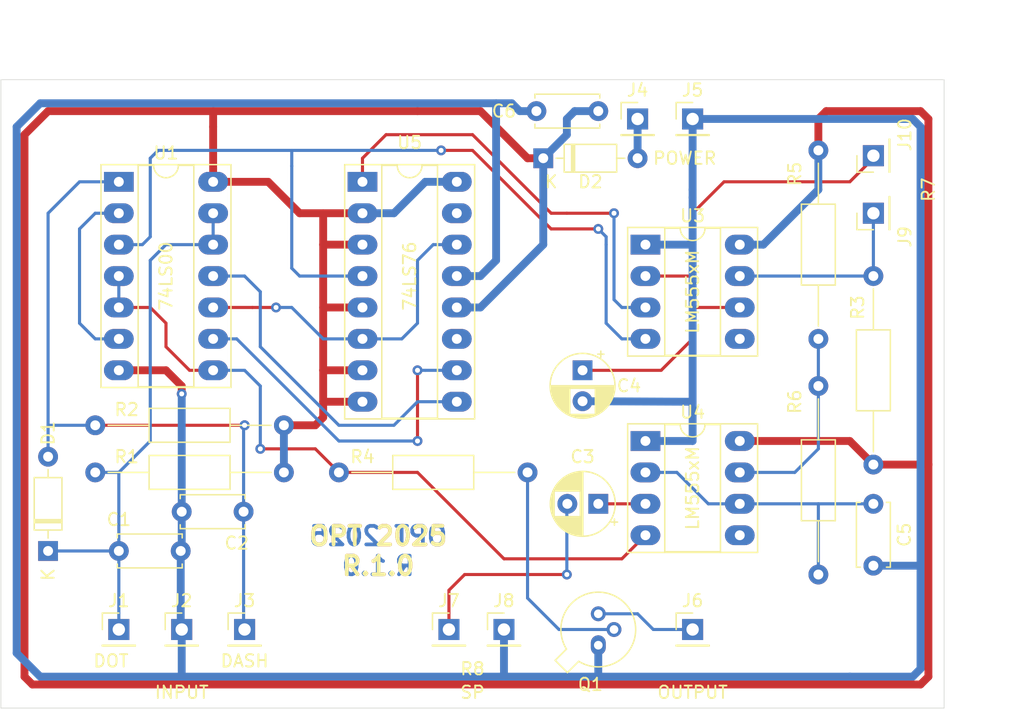
<source format=kicad_pcb>
(kicad_pcb (version 20171130) (host pcbnew "(5.1.10)-1")

  (general
    (thickness 1.6)
    (drawings 17)
    (tracks 222)
    (zones 0)
    (modules 32)
    (nets 25)
  )

  (page A4)
  (layers
    (0 F.Cu signal)
    (31 B.Cu signal)
    (32 B.Adhes user)
    (33 F.Adhes user)
    (34 B.Paste user)
    (35 F.Paste user)
    (36 B.SilkS user)
    (37 F.SilkS user)
    (38 B.Mask user)
    (39 F.Mask user)
    (40 Dwgs.User user)
    (41 Cmts.User user)
    (42 Eco1.User user)
    (43 Eco2.User user)
    (44 Edge.Cuts user)
    (45 Margin user)
    (46 B.CrtYd user)
    (47 F.CrtYd user)
    (48 B.Fab user)
    (49 F.Fab user hide)
  )

  (setup
    (last_trace_width 0.25)
    (trace_clearance 0.2)
    (zone_clearance 0.508)
    (zone_45_only no)
    (trace_min 0.2)
    (via_size 0.8)
    (via_drill 0.4)
    (via_min_size 0.4)
    (via_min_drill 0.3)
    (uvia_size 0.3)
    (uvia_drill 0.1)
    (uvias_allowed no)
    (uvia_min_size 0.2)
    (uvia_min_drill 0.1)
    (edge_width 0.05)
    (segment_width 0.2)
    (pcb_text_width 0.3)
    (pcb_text_size 1.5 1.5)
    (mod_edge_width 0.12)
    (mod_text_size 1 1)
    (mod_text_width 0.15)
    (pad_size 1.7 1.7)
    (pad_drill 1)
    (pad_to_mask_clearance 0)
    (aux_axis_origin 0 0)
    (visible_elements 7FFFFFFF)
    (pcbplotparams
      (layerselection 0x010fc_ffffffff)
      (usegerberextensions false)
      (usegerberattributes true)
      (usegerberadvancedattributes true)
      (creategerberjobfile true)
      (excludeedgelayer true)
      (linewidth 0.100000)
      (plotframeref false)
      (viasonmask false)
      (mode 1)
      (useauxorigin false)
      (hpglpennumber 1)
      (hpglpenspeed 20)
      (hpglpendiameter 15.000000)
      (psnegative false)
      (psa4output false)
      (plotreference true)
      (plotvalue true)
      (plotinvisibletext false)
      (padsonsilk false)
      (subtractmaskfromsilk false)
      (outputformat 1)
      (mirror false)
      (drillshape 1)
      (scaleselection 1)
      (outputdirectory ""))
  )

  (net 0 "")
  (net 1 GND)
  (net 2 "Net-(C1-Pad1)")
  (net 3 "Net-(C2-Pad2)")
  (net 4 "Net-(C3-Pad2)")
  (net 5 "Net-(C3-Pad1)")
  (net 6 "Net-(C4-Pad1)")
  (net 7 "Net-(C5-Pad1)")
  (net 8 VCC)
  (net 9 "Net-(D2-Pad1)")
  (net 10 "Net-(J6-Pad1)")
  (net 11 "Net-(Q1-Pad2)")
  (net 12 "Net-(R4-Pad2)")
  (net 13 "Net-(R5-Pad2)")
  (net 14 "Net-(U1-Pad2)")
  (net 15 "Net-(U1-Pad11)")
  (net 16 "Net-(U1-Pad10)")
  (net 17 "Net-(U1-Pad3)")
  (net 18 "Net-(U1-Pad9)")
  (net 19 "Net-(U3-Pad5)")
  (net 20 "Net-(U4-Pad5)")
  (net 21 "Net-(U5-Pad15)")
  (net 22 "Net-(U5-Pad11)")
  (net 23 "Net-(J9-Pad1)")
  (net 24 "Net-(U3-Pad3)")

  (net_class Default "This is the default net class."
    (clearance 0.2)
    (trace_width 0.25)
    (via_dia 0.8)
    (via_drill 0.4)
    (uvia_dia 0.3)
    (uvia_drill 0.1)
    (add_net GND)
    (add_net "Net-(C1-Pad1)")
    (add_net "Net-(C2-Pad2)")
    (add_net "Net-(C3-Pad1)")
    (add_net "Net-(C3-Pad2)")
    (add_net "Net-(C4-Pad1)")
    (add_net "Net-(C5-Pad1)")
    (add_net "Net-(D2-Pad1)")
    (add_net "Net-(J6-Pad1)")
    (add_net "Net-(J9-Pad1)")
    (add_net "Net-(Q1-Pad2)")
    (add_net "Net-(R4-Pad2)")
    (add_net "Net-(R5-Pad2)")
    (add_net "Net-(U1-Pad10)")
    (add_net "Net-(U1-Pad11)")
    (add_net "Net-(U1-Pad2)")
    (add_net "Net-(U1-Pad3)")
    (add_net "Net-(U1-Pad9)")
    (add_net "Net-(U3-Pad3)")
    (add_net "Net-(U3-Pad5)")
    (add_net "Net-(U4-Pad5)")
    (add_net "Net-(U5-Pad11)")
    (add_net "Net-(U5-Pad15)")
    (add_net VCC)
  )

  (module MountingHole:MountingHole_3.2mm_M3 (layer F.Cu) (tedit 56D1B4CB) (tstamp 68DE2BDD)
    (at 76.2 50.165)
    (descr "Mounting Hole 3.2mm, no annular, M3")
    (tags "mounting hole 3.2mm no annular m3")
    (attr virtual)
    (fp_text reference REF** (at 0 -4.2) (layer F.Fab)
      (effects (font (size 1 1) (thickness 0.15)))
    )
    (fp_text value MountingHole_3.2mm_M3 (at 0 4.2) (layer F.Fab)
      (effects (font (size 1 1) (thickness 0.15)))
    )
    (fp_circle (center 0 0) (end 3.45 0) (layer F.CrtYd) (width 0.05))
    (fp_circle (center 0 0) (end 3.2 0) (layer Cmts.User) (width 0.15))
    (fp_text user %R (at 0.3 0) (layer F.Fab)
      (effects (font (size 1 1) (thickness 0.15)))
    )
    (pad 1 np_thru_hole circle (at 0 0) (size 3.2 3.2) (drill 3.2) (layers *.Cu *.Mask))
  )

  (module Connector_PinHeader_2.54mm:PinHeader_1x01_P2.54mm_Vertical (layer F.Cu) (tedit 59FED5CC) (tstamp 68DE2AFC)
    (at 72.39 76.2)
    (descr "Through hole straight pin header, 1x01, 2.54mm pitch, single row")
    (tags "Through hole pin header THT 1x01 2.54mm single row")
    (path /6835AEEA)
    (fp_text reference J8 (at 0 -2.33) (layer F.SilkS)
      (effects (font (size 1 1) (thickness 0.15)))
    )
    (fp_text value Conn_01x01_Female (at 0 2.33) (layer F.Fab)
      (effects (font (size 1 1) (thickness 0.15)))
    )
    (fp_line (start 1.8 -1.8) (end -1.8 -1.8) (layer F.CrtYd) (width 0.05))
    (fp_line (start 1.8 1.8) (end 1.8 -1.8) (layer F.CrtYd) (width 0.05))
    (fp_line (start -1.8 1.8) (end 1.8 1.8) (layer F.CrtYd) (width 0.05))
    (fp_line (start -1.8 -1.8) (end -1.8 1.8) (layer F.CrtYd) (width 0.05))
    (fp_line (start -1.33 -1.33) (end 0 -1.33) (layer F.SilkS) (width 0.12))
    (fp_line (start -1.33 0) (end -1.33 -1.33) (layer F.SilkS) (width 0.12))
    (fp_line (start -1.33 1.27) (end 1.33 1.27) (layer F.SilkS) (width 0.12))
    (fp_line (start 1.33 1.27) (end 1.33 1.33) (layer F.SilkS) (width 0.12))
    (fp_line (start -1.33 1.27) (end -1.33 1.33) (layer F.SilkS) (width 0.12))
    (fp_line (start -1.33 1.33) (end 1.33 1.33) (layer F.SilkS) (width 0.12))
    (fp_line (start -1.27 -0.635) (end -0.635 -1.27) (layer F.Fab) (width 0.1))
    (fp_line (start -1.27 1.27) (end -1.27 -0.635) (layer F.Fab) (width 0.1))
    (fp_line (start 1.27 1.27) (end -1.27 1.27) (layer F.Fab) (width 0.1))
    (fp_line (start 1.27 -1.27) (end 1.27 1.27) (layer F.Fab) (width 0.1))
    (fp_line (start -0.635 -1.27) (end 1.27 -1.27) (layer F.Fab) (width 0.1))
    (fp_text user %R (at 0 0 90) (layer F.Fab)
      (effects (font (size 1 1) (thickness 0.15)))
    )
    (pad 1 thru_hole rect (at 0 0) (size 1.7 1.7) (drill 1) (layers *.Cu *.Mask)
      (net 1 GND))
    (model ${KISYS3DMOD}/Connector_PinHeader_2.54mm.3dshapes/PinHeader_1x01_P2.54mm_Vertical.wrl
      (at (xyz 0 0 0))
      (scale (xyz 1 1 1))
      (rotate (xyz 0 0 0))
    )
  )

  (module Connector_PinHeader_2.54mm:PinHeader_1x01_P2.54mm_Vertical (layer F.Cu) (tedit 68DD62A1) (tstamp 68DE2ABF)
    (at 67.945 76.2)
    (descr "Through hole straight pin header, 1x01, 2.54mm pitch, single row")
    (tags "Through hole pin header THT 1x01 2.54mm single row")
    (path /6833F8BE)
    (fp_text reference J7 (at 0 -2.33) (layer F.SilkS)
      (effects (font (size 1 1) (thickness 0.15)))
    )
    (fp_text value Conn_01x01_Female (at 0 2.33) (layer F.Fab)
      (effects (font (size 1 1) (thickness 0.15)))
    )
    (fp_line (start 1.8 -1.8) (end -1.8 -1.8) (layer F.CrtYd) (width 0.05))
    (fp_line (start 1.8 1.8) (end 1.8 -1.8) (layer F.CrtYd) (width 0.05))
    (fp_line (start -1.8 1.8) (end 1.8 1.8) (layer F.CrtYd) (width 0.05))
    (fp_line (start -1.8 -1.8) (end -1.8 1.8) (layer F.CrtYd) (width 0.05))
    (fp_line (start -1.33 -1.33) (end 0 -1.33) (layer F.SilkS) (width 0.12))
    (fp_line (start -1.33 0) (end -1.33 -1.33) (layer F.SilkS) (width 0.12))
    (fp_line (start -1.33 1.27) (end 1.33 1.27) (layer F.SilkS) (width 0.12))
    (fp_line (start 1.33 1.27) (end 1.33 1.33) (layer F.SilkS) (width 0.12))
    (fp_line (start -1.33 1.27) (end -1.33 1.33) (layer F.SilkS) (width 0.12))
    (fp_line (start -1.33 1.33) (end 1.33 1.33) (layer F.SilkS) (width 0.12))
    (fp_line (start -1.27 -0.635) (end -0.635 -1.27) (layer F.Fab) (width 0.1))
    (fp_line (start -1.27 1.27) (end -1.27 -0.635) (layer F.Fab) (width 0.1))
    (fp_line (start 1.27 1.27) (end -1.27 1.27) (layer F.Fab) (width 0.1))
    (fp_line (start 1.27 -1.27) (end 1.27 1.27) (layer F.Fab) (width 0.1))
    (fp_line (start -0.635 -1.27) (end 1.27 -1.27) (layer F.Fab) (width 0.1))
    (fp_text user %R (at 0 0 90) (layer F.Fab)
      (effects (font (size 1 1) (thickness 0.15)))
    )
    (pad 1 thru_hole rect (at 0 0) (size 1.7 1.7) (drill 1) (layers *.Cu *.Mask)
      (net 4 "Net-(C3-Pad2)"))
    (model ${KISYS3DMOD}/Connector_PinHeader_2.54mm.3dshapes/PinHeader_1x01_P2.54mm_Vertical.wrl
      (at (xyz 0 0 0))
      (scale (xyz 1 1 1))
      (rotate (xyz 0 0 0))
    )
  )

  (module MountingHole:MountingHole_3.2mm_M3 (layer F.Cu) (tedit 56D1B4CB) (tstamp 68DE2A8F)
    (at 101.6 76.2)
    (descr "Mounting Hole 3.2mm, no annular, M3")
    (tags "mounting hole 3.2mm no annular m3")
    (attr virtual)
    (fp_text reference REF** (at 0 -4.2) (layer F.Fab)
      (effects (font (size 1 1) (thickness 0.15)))
    )
    (fp_text value MountingHole_3.2mm_M3 (at 0 4.2) (layer F.Fab)
      (effects (font (size 1 1) (thickness 0.15)))
    )
    (fp_circle (center 0 0) (end 3.45 0) (layer F.CrtYd) (width 0.05))
    (fp_circle (center 0 0) (end 3.2 0) (layer Cmts.User) (width 0.15))
    (fp_text user %R (at 0.3 0) (layer F.Fab)
      (effects (font (size 1 1) (thickness 0.15)))
    )
    (pad 1 np_thru_hole circle (at 0 0) (size 3.2 3.2) (drill 3.2) (layers *.Cu *.Mask))
  )

  (module Resistor_THT:R_Axial_DIN0207_L6.3mm_D2.5mm_P15.24mm_Horizontal (layer F.Cu) (tedit 5AE5139B) (tstamp 68DE29BC)
    (at 74.295 63.5 180)
    (descr "Resistor, Axial_DIN0207 series, Axial, Horizontal, pin pitch=15.24mm, 0.25W = 1/4W, length*diameter=6.3*2.5mm^2, http://cdn-reichelt.de/documents/datenblatt/B400/1_4W%23YAG.pdf")
    (tags "Resistor Axial_DIN0207 series Axial Horizontal pin pitch 15.24mm 0.25W = 1/4W length 6.3mm diameter 2.5mm")
    (path /65B853CD)
    (fp_text reference R4 (at 13.335 1.27) (layer F.SilkS)
      (effects (font (size 1 1) (thickness 0.15)))
    )
    (fp_text value 2.2K (at 7.62 2.37) (layer F.Fab)
      (effects (font (size 1 1) (thickness 0.15)))
    )
    (fp_line (start 16.29 -1.5) (end -1.05 -1.5) (layer F.CrtYd) (width 0.05))
    (fp_line (start 16.29 1.5) (end 16.29 -1.5) (layer F.CrtYd) (width 0.05))
    (fp_line (start -1.05 1.5) (end 16.29 1.5) (layer F.CrtYd) (width 0.05))
    (fp_line (start -1.05 -1.5) (end -1.05 1.5) (layer F.CrtYd) (width 0.05))
    (fp_line (start 14.2 0) (end 10.89 0) (layer F.SilkS) (width 0.12))
    (fp_line (start 1.04 0) (end 4.35 0) (layer F.SilkS) (width 0.12))
    (fp_line (start 10.89 -1.37) (end 4.35 -1.37) (layer F.SilkS) (width 0.12))
    (fp_line (start 10.89 1.37) (end 10.89 -1.37) (layer F.SilkS) (width 0.12))
    (fp_line (start 4.35 1.37) (end 10.89 1.37) (layer F.SilkS) (width 0.12))
    (fp_line (start 4.35 -1.37) (end 4.35 1.37) (layer F.SilkS) (width 0.12))
    (fp_line (start 15.24 0) (end 10.77 0) (layer F.Fab) (width 0.1))
    (fp_line (start 0 0) (end 4.47 0) (layer F.Fab) (width 0.1))
    (fp_line (start 10.77 -1.25) (end 4.47 -1.25) (layer F.Fab) (width 0.1))
    (fp_line (start 10.77 1.25) (end 10.77 -1.25) (layer F.Fab) (width 0.1))
    (fp_line (start 4.47 1.25) (end 10.77 1.25) (layer F.Fab) (width 0.1))
    (fp_line (start 4.47 -1.25) (end 4.47 1.25) (layer F.Fab) (width 0.1))
    (fp_text user %R (at 7.62 0) (layer F.Fab)
      (effects (font (size 1 1) (thickness 0.15)))
    )
    (pad 1 thru_hole circle (at 0 0 180) (size 1.6 1.6) (drill 0.8) (layers *.Cu *.Mask)
      (net 11 "Net-(Q1-Pad2)"))
    (pad 2 thru_hole oval (at 15.24 0 180) (size 1.6 1.6) (drill 0.8) (layers *.Cu *.Mask)
      (net 12 "Net-(R4-Pad2)"))
    (model ${KISYS3DMOD}/Resistor_THT.3dshapes/R_Axial_DIN0207_L6.3mm_D2.5mm_P15.24mm_Horizontal.wrl
      (at (xyz 0 0 0))
      (scale (xyz 1 1 1))
      (rotate (xyz 0 0 0))
    )
  )

  (module MountingHole:MountingHole_3.2mm_M3 (layer F.Cu) (tedit 56D1B4CB) (tstamp 68DDEEE8)
    (at 59.055 76.2)
    (descr "Mounting Hole 3.2mm, no annular, M3")
    (tags "mounting hole 3.2mm no annular m3")
    (attr virtual)
    (fp_text reference REF** (at 0 -4.2) (layer F.Fab)
      (effects (font (size 1 1) (thickness 0.15)))
    )
    (fp_text value MountingHole_3.2mm_M3 (at 0 4.2) (layer F.Fab)
      (effects (font (size 1 1) (thickness 0.15)))
    )
    (fp_circle (center 0 0) (end 3.2 0) (layer Cmts.User) (width 0.15))
    (fp_circle (center 0 0) (end 3.45 0) (layer F.CrtYd) (width 0.05))
    (fp_text user %R (at 0.3 0) (layer F.Fab)
      (effects (font (size 1 1) (thickness 0.15)))
    )
    (pad 1 np_thru_hole circle (at 0 0) (size 3.2 3.2) (drill 3.2) (layers *.Cu *.Mask))
  )

  (module Connector_PinHeader_2.54mm:PinHeader_1x01_P2.54mm_Vertical (layer F.Cu) (tedit 59FED5CC) (tstamp 68DDE85F)
    (at 102.235 37.895 90)
    (descr "Through hole straight pin header, 1x01, 2.54mm pitch, single row")
    (tags "Through hole pin header THT 1x01 2.54mm single row")
    (path /68EE5A44)
    (fp_text reference J10 (at 1.7 2.54 90) (layer F.SilkS)
      (effects (font (size 1 1) (thickness 0.15)))
    )
    (fp_text value Conn_01x01_Female (at 0 2.33 90) (layer F.Fab)
      (effects (font (size 1 1) (thickness 0.15)))
    )
    (fp_line (start -0.635 -1.27) (end 1.27 -1.27) (layer F.Fab) (width 0.1))
    (fp_line (start 1.27 -1.27) (end 1.27 1.27) (layer F.Fab) (width 0.1))
    (fp_line (start 1.27 1.27) (end -1.27 1.27) (layer F.Fab) (width 0.1))
    (fp_line (start -1.27 1.27) (end -1.27 -0.635) (layer F.Fab) (width 0.1))
    (fp_line (start -1.27 -0.635) (end -0.635 -1.27) (layer F.Fab) (width 0.1))
    (fp_line (start -1.33 1.33) (end 1.33 1.33) (layer F.SilkS) (width 0.12))
    (fp_line (start -1.33 1.27) (end -1.33 1.33) (layer F.SilkS) (width 0.12))
    (fp_line (start 1.33 1.27) (end 1.33 1.33) (layer F.SilkS) (width 0.12))
    (fp_line (start -1.33 1.27) (end 1.33 1.27) (layer F.SilkS) (width 0.12))
    (fp_line (start -1.33 0) (end -1.33 -1.33) (layer F.SilkS) (width 0.12))
    (fp_line (start -1.33 -1.33) (end 0 -1.33) (layer F.SilkS) (width 0.12))
    (fp_line (start -1.8 -1.8) (end -1.8 1.8) (layer F.CrtYd) (width 0.05))
    (fp_line (start -1.8 1.8) (end 1.8 1.8) (layer F.CrtYd) (width 0.05))
    (fp_line (start 1.8 1.8) (end 1.8 -1.8) (layer F.CrtYd) (width 0.05))
    (fp_line (start 1.8 -1.8) (end -1.8 -1.8) (layer F.CrtYd) (width 0.05))
    (fp_text user %R (at 0 0) (layer F.Fab)
      (effects (font (size 1 1) (thickness 0.15)))
    )
    (pad 1 thru_hole rect (at 0 0 90) (size 1.7 1.7) (drill 1) (layers *.Cu *.Mask)
      (net 6 "Net-(C4-Pad1)"))
    (model ${KISYS3DMOD}/Connector_PinHeader_2.54mm.3dshapes/PinHeader_1x01_P2.54mm_Vertical.wrl
      (at (xyz 0 0 0))
      (scale (xyz 1 1 1))
      (rotate (xyz 0 0 0))
    )
  )

  (module Connector_PinHeader_2.54mm:PinHeader_1x01_P2.54mm_Vertical (layer F.Cu) (tedit 59FED5CC) (tstamp 68DDE84A)
    (at 102.235 42.545 90)
    (descr "Through hole straight pin header, 1x01, 2.54mm pitch, single row")
    (tags "Through hole pin header THT 1x01 2.54mm single row")
    (path /68EE5512)
    (fp_text reference J9 (at -1.905 2.54 90) (layer F.SilkS)
      (effects (font (size 1 1) (thickness 0.15)))
    )
    (fp_text value Conn_01x01_Female (at 0 2.33 90) (layer F.Fab)
      (effects (font (size 1 1) (thickness 0.15)))
    )
    (fp_line (start -0.635 -1.27) (end 1.27 -1.27) (layer F.Fab) (width 0.1))
    (fp_line (start 1.27 -1.27) (end 1.27 1.27) (layer F.Fab) (width 0.1))
    (fp_line (start 1.27 1.27) (end -1.27 1.27) (layer F.Fab) (width 0.1))
    (fp_line (start -1.27 1.27) (end -1.27 -0.635) (layer F.Fab) (width 0.1))
    (fp_line (start -1.27 -0.635) (end -0.635 -1.27) (layer F.Fab) (width 0.1))
    (fp_line (start -1.33 1.33) (end 1.33 1.33) (layer F.SilkS) (width 0.12))
    (fp_line (start -1.33 1.27) (end -1.33 1.33) (layer F.SilkS) (width 0.12))
    (fp_line (start 1.33 1.27) (end 1.33 1.33) (layer F.SilkS) (width 0.12))
    (fp_line (start -1.33 1.27) (end 1.33 1.27) (layer F.SilkS) (width 0.12))
    (fp_line (start -1.33 0) (end -1.33 -1.33) (layer F.SilkS) (width 0.12))
    (fp_line (start -1.33 -1.33) (end 0 -1.33) (layer F.SilkS) (width 0.12))
    (fp_line (start -1.8 -1.8) (end -1.8 1.8) (layer F.CrtYd) (width 0.05))
    (fp_line (start -1.8 1.8) (end 1.8 1.8) (layer F.CrtYd) (width 0.05))
    (fp_line (start 1.8 1.8) (end 1.8 -1.8) (layer F.CrtYd) (width 0.05))
    (fp_line (start 1.8 -1.8) (end -1.8 -1.8) (layer F.CrtYd) (width 0.05))
    (fp_text user %R (at 0 0) (layer F.Fab)
      (effects (font (size 1 1) (thickness 0.15)))
    )
    (pad 1 thru_hole rect (at 0 0 90) (size 1.7 1.7) (drill 1) (layers *.Cu *.Mask)
      (net 23 "Net-(J9-Pad1)"))
    (model ${KISYS3DMOD}/Connector_PinHeader_2.54mm.3dshapes/PinHeader_1x01_P2.54mm_Vertical.wrl
      (at (xyz 0 0 0))
      (scale (xyz 1 1 1))
      (rotate (xyz 0 0 0))
    )
  )

  (module Package_TO_SOT_THT:TO-18-3 (layer F.Cu) (tedit 68DD5F20) (tstamp 68DE28C8)
    (at 80.01 77.47 90)
    (descr TO-18-3)
    (tags TO-18-3)
    (path /65B8CB0A)
    (fp_text reference Q1 (at -3.175 -0.635 180) (layer F.SilkS)
      (effects (font (size 1 1) (thickness 0.15)))
    )
    (fp_text value 2N2222 (at 1.27 4.02 90) (layer F.Fab)
      (effects (font (size 1 1) (thickness 0.15)))
    )
    (fp_line (start -0.329057 -2.419301) (end -1.156372 -3.246616) (layer F.Fab) (width 0.1))
    (fp_line (start -1.156372 -3.246616) (end -1.976616 -2.426372) (layer F.Fab) (width 0.1))
    (fp_line (start -1.976616 -2.426372) (end -1.149301 -1.599057) (layer F.Fab) (width 0.1))
    (fp_line (start -0.312331 -2.572281) (end -1.224499 -3.484448) (layer F.SilkS) (width 0.12))
    (fp_line (start -1.224499 -3.484448) (end -2.214448 -2.494499) (layer F.SilkS) (width 0.12))
    (fp_line (start -2.214448 -2.494499) (end -1.302281 -1.582331) (layer F.SilkS) (width 0.12))
    (fp_line (start -2.23 -3.5) (end -2.23 3.15) (layer F.CrtYd) (width 0.05))
    (fp_line (start -2.23 3.15) (end 4.42 3.15) (layer F.CrtYd) (width 0.05))
    (fp_line (start 4.42 3.15) (end 4.42 -3.5) (layer F.CrtYd) (width 0.05))
    (fp_line (start 4.42 -3.5) (end -2.23 -3.5) (layer F.CrtYd) (width 0.05))
    (fp_circle (center 1.27 0) (end 3.67 0) (layer F.Fab) (width 0.1))
    (fp_arc (start 1.27 0) (end -0.312331 -2.572281) (angle 333.2) (layer F.SilkS) (width 0.12))
    (fp_arc (start 1.27 0) (end -0.329057 -2.419301) (angle 336.9) (layer F.Fab) (width 0.1))
    (fp_text user %R (at 1.27 -4.02 90) (layer F.Fab)
      (effects (font (size 1 1) (thickness 0.15)))
    )
    (pad 1 thru_hole oval (at 2.54 0 90) (size 1.2 1.2) (drill 0.7) (layers *.Cu *.Mask)
      (net 10 "Net-(J6-Pad1)"))
    (pad 2 thru_hole oval (at 1.27 1.27 90) (size 1.2 1.2) (drill 0.7) (layers *.Cu *.Mask)
      (net 11 "Net-(Q1-Pad2)"))
    (pad 3 thru_hole oval (at 0 0 90) (size 1.6 1.2) (drill 0.7) (layers *.Cu *.Mask)
      (net 1 GND))
    (model ${KISYS3DMOD}/Package_TO_SOT_THT.3dshapes/TO-18-3.wrl
      (at (xyz 0 0 0))
      (scale (xyz 1 1 1))
      (rotate (xyz 0 0 0))
    )
  )

  (module Package_DIP:DIP-16_W7.62mm_Socket_LongPads (layer F.Cu) (tedit 5A02E8C5) (tstamp 68DD1041)
    (at 60.96 40.005)
    (descr "16-lead though-hole mounted DIP package, row spacing 7.62 mm (300 mils), Socket, LongPads")
    (tags "THT DIP DIL PDIP 2.54mm 7.62mm 300mil Socket LongPads")
    (path /65C77042)
    (fp_text reference U5 (at 3.81 -3.175) (layer F.SilkS)
      (effects (font (size 1 1) (thickness 0.15)))
    )
    (fp_text value 74LS76 (at 3.81 7.62 90) (layer F.SilkS)
      (effects (font (size 1 1) (thickness 0.15)))
    )
    (fp_line (start 1.635 -1.27) (end 6.985 -1.27) (layer F.Fab) (width 0.1))
    (fp_line (start 6.985 -1.27) (end 6.985 19.05) (layer F.Fab) (width 0.1))
    (fp_line (start 6.985 19.05) (end 0.635 19.05) (layer F.Fab) (width 0.1))
    (fp_line (start 0.635 19.05) (end 0.635 -0.27) (layer F.Fab) (width 0.1))
    (fp_line (start 0.635 -0.27) (end 1.635 -1.27) (layer F.Fab) (width 0.1))
    (fp_line (start -1.27 -1.33) (end -1.27 19.11) (layer F.Fab) (width 0.1))
    (fp_line (start -1.27 19.11) (end 8.89 19.11) (layer F.Fab) (width 0.1))
    (fp_line (start 8.89 19.11) (end 8.89 -1.33) (layer F.Fab) (width 0.1))
    (fp_line (start 8.89 -1.33) (end -1.27 -1.33) (layer F.Fab) (width 0.1))
    (fp_line (start 2.81 -1.33) (end 1.56 -1.33) (layer F.SilkS) (width 0.12))
    (fp_line (start 1.56 -1.33) (end 1.56 19.11) (layer F.SilkS) (width 0.12))
    (fp_line (start 1.56 19.11) (end 6.06 19.11) (layer F.SilkS) (width 0.12))
    (fp_line (start 6.06 19.11) (end 6.06 -1.33) (layer F.SilkS) (width 0.12))
    (fp_line (start 6.06 -1.33) (end 4.81 -1.33) (layer F.SilkS) (width 0.12))
    (fp_line (start -1.44 -1.39) (end -1.44 19.17) (layer F.SilkS) (width 0.12))
    (fp_line (start -1.44 19.17) (end 9.06 19.17) (layer F.SilkS) (width 0.12))
    (fp_line (start 9.06 19.17) (end 9.06 -1.39) (layer F.SilkS) (width 0.12))
    (fp_line (start 9.06 -1.39) (end -1.44 -1.39) (layer F.SilkS) (width 0.12))
    (fp_line (start -1.55 -1.6) (end -1.55 19.4) (layer F.CrtYd) (width 0.05))
    (fp_line (start -1.55 19.4) (end 9.15 19.4) (layer F.CrtYd) (width 0.05))
    (fp_line (start 9.15 19.4) (end 9.15 -1.6) (layer F.CrtYd) (width 0.05))
    (fp_line (start 9.15 -1.6) (end -1.55 -1.6) (layer F.CrtYd) (width 0.05))
    (fp_text user %R (at 3.81 8.89) (layer F.Fab)
      (effects (font (size 1 1) (thickness 0.15)))
    )
    (fp_arc (start 3.81 -1.33) (end 2.81 -1.33) (angle -180) (layer F.SilkS) (width 0.12))
    (pad 16 thru_hole oval (at 7.62 0) (size 2.4 1.6) (drill 0.8) (layers *.Cu *.Mask)
      (net 8 VCC))
    (pad 8 thru_hole oval (at 0 17.78) (size 2.4 1.6) (drill 0.8) (layers *.Cu *.Mask)
      (net 8 VCC))
    (pad 15 thru_hole oval (at 7.62 2.54) (size 2.4 1.6) (drill 0.8) (layers *.Cu *.Mask)
      (net 21 "Net-(U5-Pad15)"))
    (pad 7 thru_hole oval (at 0 15.24) (size 2.4 1.6) (drill 0.8) (layers *.Cu *.Mask)
      (net 8 VCC))
    (pad 14 thru_hole oval (at 7.62 5.08) (size 2.4 1.6) (drill 0.8) (layers *.Cu *.Mask)
      (net 16 "Net-(U1-Pad10)"))
    (pad 6 thru_hole oval (at 0 12.7) (size 2.4 1.6) (drill 0.8) (layers *.Cu *.Mask)
      (net 16 "Net-(U1-Pad10)"))
    (pad 13 thru_hole oval (at 7.62 7.62) (size 2.4 1.6) (drill 0.8) (layers *.Cu *.Mask)
      (net 1 GND))
    (pad 5 thru_hole oval (at 0 10.16) (size 2.4 1.6) (drill 0.8) (layers *.Cu *.Mask)
      (net 8 VCC))
    (pad 12 thru_hole oval (at 7.62 10.16) (size 2.4 1.6) (drill 0.8) (layers *.Cu *.Mask)
      (net 8 VCC))
    (pad 4 thru_hole oval (at 0 7.62) (size 2.4 1.6) (drill 0.8) (layers *.Cu *.Mask)
      (net 17 "Net-(U1-Pad3)"))
    (pad 11 thru_hole oval (at 7.62 12.7) (size 2.4 1.6) (drill 0.8) (layers *.Cu *.Mask)
      (net 22 "Net-(U5-Pad11)"))
    (pad 3 thru_hole oval (at 0 5.08) (size 2.4 1.6) (drill 0.8) (layers *.Cu *.Mask)
      (net 8 VCC))
    (pad 10 thru_hole oval (at 7.62 15.24) (size 2.4 1.6) (drill 0.8) (layers *.Cu *.Mask)
      (net 18 "Net-(U1-Pad9)"))
    (pad 2 thru_hole oval (at 0 2.54) (size 2.4 1.6) (drill 0.8) (layers *.Cu *.Mask)
      (net 8 VCC))
    (pad 9 thru_hole oval (at 7.62 17.78) (size 2.4 1.6) (drill 0.8) (layers *.Cu *.Mask)
      (net 15 "Net-(U1-Pad11)"))
    (pad 1 thru_hole rect (at 0 0) (size 2.4 1.6) (drill 0.8) (layers *.Cu *.Mask)
      (net 24 "Net-(U3-Pad3)"))
    (model ${KISYS3DMOD}/Package_DIP.3dshapes/DIP-16_W7.62mm_Socket.wrl
      (at (xyz 0 0 0))
      (scale (xyz 1 1 1))
      (rotate (xyz 0 0 0))
    )
  )

  (module Package_DIP:DIP-8_W7.62mm_Socket_LongPads (layer F.Cu) (tedit 5A02E8C5) (tstamp 68DE17A7)
    (at 83.82 60.96)
    (descr "8-lead though-hole mounted DIP package, row spacing 7.62 mm (300 mils), Socket, LongPads")
    (tags "THT DIP DIL PDIP 2.54mm 7.62mm 300mil Socket LongPads")
    (path /65B9B19F)
    (fp_text reference U4 (at 3.81 -2.33) (layer F.SilkS)
      (effects (font (size 1 1) (thickness 0.15)))
    )
    (fp_text value LM555xM (at 3.81 3.81 90) (layer F.SilkS)
      (effects (font (size 1 1) (thickness 0.15)))
    )
    (fp_line (start 1.635 -1.27) (end 6.985 -1.27) (layer F.Fab) (width 0.1))
    (fp_line (start 6.985 -1.27) (end 6.985 8.89) (layer F.Fab) (width 0.1))
    (fp_line (start 6.985 8.89) (end 0.635 8.89) (layer F.Fab) (width 0.1))
    (fp_line (start 0.635 8.89) (end 0.635 -0.27) (layer F.Fab) (width 0.1))
    (fp_line (start 0.635 -0.27) (end 1.635 -1.27) (layer F.Fab) (width 0.1))
    (fp_line (start -1.27 -1.33) (end -1.27 8.95) (layer F.Fab) (width 0.1))
    (fp_line (start -1.27 8.95) (end 8.89 8.95) (layer F.Fab) (width 0.1))
    (fp_line (start 8.89 8.95) (end 8.89 -1.33) (layer F.Fab) (width 0.1))
    (fp_line (start 8.89 -1.33) (end -1.27 -1.33) (layer F.Fab) (width 0.1))
    (fp_line (start 2.81 -1.33) (end 1.56 -1.33) (layer F.SilkS) (width 0.12))
    (fp_line (start 1.56 -1.33) (end 1.56 8.95) (layer F.SilkS) (width 0.12))
    (fp_line (start 1.56 8.95) (end 6.06 8.95) (layer F.SilkS) (width 0.12))
    (fp_line (start 6.06 8.95) (end 6.06 -1.33) (layer F.SilkS) (width 0.12))
    (fp_line (start 6.06 -1.33) (end 4.81 -1.33) (layer F.SilkS) (width 0.12))
    (fp_line (start -1.44 -1.39) (end -1.44 9.01) (layer F.SilkS) (width 0.12))
    (fp_line (start -1.44 9.01) (end 9.06 9.01) (layer F.SilkS) (width 0.12))
    (fp_line (start 9.06 9.01) (end 9.06 -1.39) (layer F.SilkS) (width 0.12))
    (fp_line (start 9.06 -1.39) (end -1.44 -1.39) (layer F.SilkS) (width 0.12))
    (fp_line (start -1.55 -1.6) (end -1.55 9.2) (layer F.CrtYd) (width 0.05))
    (fp_line (start -1.55 9.2) (end 9.15 9.2) (layer F.CrtYd) (width 0.05))
    (fp_line (start 9.15 9.2) (end 9.15 -1.6) (layer F.CrtYd) (width 0.05))
    (fp_line (start 9.15 -1.6) (end -1.55 -1.6) (layer F.CrtYd) (width 0.05))
    (fp_text user %R (at 3.81 3.81) (layer F.Fab)
      (effects (font (size 1 1) (thickness 0.15)))
    )
    (fp_arc (start 3.81 -1.33) (end 2.81 -1.33) (angle -180) (layer F.SilkS) (width 0.12))
    (pad 8 thru_hole oval (at 7.62 0) (size 2.4 1.6) (drill 0.8) (layers *.Cu *.Mask)
      (net 8 VCC))
    (pad 4 thru_hole oval (at 0 7.62) (size 2.4 1.6) (drill 0.8) (layers *.Cu *.Mask)
      (net 12 "Net-(R4-Pad2)"))
    (pad 7 thru_hole oval (at 7.62 2.54) (size 2.4 1.6) (drill 0.8) (layers *.Cu *.Mask)
      (net 13 "Net-(R5-Pad2)"))
    (pad 3 thru_hole oval (at 0 5.08) (size 2.4 1.6) (drill 0.8) (layers *.Cu *.Mask)
      (net 5 "Net-(C3-Pad1)"))
    (pad 6 thru_hole oval (at 7.62 5.08) (size 2.4 1.6) (drill 0.8) (layers *.Cu *.Mask)
      (net 7 "Net-(C5-Pad1)"))
    (pad 2 thru_hole oval (at 0 2.54) (size 2.4 1.6) (drill 0.8) (layers *.Cu *.Mask)
      (net 7 "Net-(C5-Pad1)"))
    (pad 5 thru_hole oval (at 7.62 7.62) (size 2.4 1.6) (drill 0.8) (layers *.Cu *.Mask)
      (net 20 "Net-(U4-Pad5)"))
    (pad 1 thru_hole rect (at 0 0) (size 2.4 1.6) (drill 0.8) (layers *.Cu *.Mask)
      (net 1 GND))
    (model ${KISYS3DMOD}/Package_DIP.3dshapes/DIP-8_W7.62mm_Socket.wrl
      (at (xyz 0 0 0))
      (scale (xyz 1 1 1))
      (rotate (xyz 0 0 0))
    )
  )

  (module Package_DIP:DIP-8_W7.62mm_Socket_LongPads (layer F.Cu) (tedit 5A02E8C5) (tstamp 68DD0FF1)
    (at 83.82 45.085)
    (descr "8-lead though-hole mounted DIP package, row spacing 7.62 mm (300 mils), Socket, LongPads")
    (tags "THT DIP DIL PDIP 2.54mm 7.62mm 300mil Socket LongPads")
    (path /65B99D24)
    (fp_text reference U3 (at 3.81 -2.33) (layer F.SilkS)
      (effects (font (size 1 1) (thickness 0.15)))
    )
    (fp_text value LM555xM (at 3.81 3.81 90) (layer F.SilkS)
      (effects (font (size 1 1) (thickness 0.15)))
    )
    (fp_line (start 1.635 -1.27) (end 6.985 -1.27) (layer F.Fab) (width 0.1))
    (fp_line (start 6.985 -1.27) (end 6.985 8.89) (layer F.Fab) (width 0.1))
    (fp_line (start 6.985 8.89) (end 0.635 8.89) (layer F.Fab) (width 0.1))
    (fp_line (start 0.635 8.89) (end 0.635 -0.27) (layer F.Fab) (width 0.1))
    (fp_line (start 0.635 -0.27) (end 1.635 -1.27) (layer F.Fab) (width 0.1))
    (fp_line (start -1.27 -1.33) (end -1.27 8.95) (layer F.Fab) (width 0.1))
    (fp_line (start -1.27 8.95) (end 8.89 8.95) (layer F.Fab) (width 0.1))
    (fp_line (start 8.89 8.95) (end 8.89 -1.33) (layer F.Fab) (width 0.1))
    (fp_line (start 8.89 -1.33) (end -1.27 -1.33) (layer F.Fab) (width 0.1))
    (fp_line (start 2.81 -1.33) (end 1.56 -1.33) (layer F.SilkS) (width 0.12))
    (fp_line (start 1.56 -1.33) (end 1.56 8.95) (layer F.SilkS) (width 0.12))
    (fp_line (start 1.56 8.95) (end 6.06 8.95) (layer F.SilkS) (width 0.12))
    (fp_line (start 6.06 8.95) (end 6.06 -1.33) (layer F.SilkS) (width 0.12))
    (fp_line (start 6.06 -1.33) (end 4.81 -1.33) (layer F.SilkS) (width 0.12))
    (fp_line (start -1.44 -1.39) (end -1.44 9.01) (layer F.SilkS) (width 0.12))
    (fp_line (start -1.44 9.01) (end 9.06 9.01) (layer F.SilkS) (width 0.12))
    (fp_line (start 9.06 9.01) (end 9.06 -1.39) (layer F.SilkS) (width 0.12))
    (fp_line (start 9.06 -1.39) (end -1.44 -1.39) (layer F.SilkS) (width 0.12))
    (fp_line (start -1.55 -1.6) (end -1.55 9.2) (layer F.CrtYd) (width 0.05))
    (fp_line (start -1.55 9.2) (end 9.15 9.2) (layer F.CrtYd) (width 0.05))
    (fp_line (start 9.15 9.2) (end 9.15 -1.6) (layer F.CrtYd) (width 0.05))
    (fp_line (start 9.15 -1.6) (end -1.55 -1.6) (layer F.CrtYd) (width 0.05))
    (fp_text user %R (at 3.81 3.81) (layer F.Fab)
      (effects (font (size 1 1) (thickness 0.15)))
    )
    (fp_arc (start 3.81 -1.33) (end 2.81 -1.33) (angle -180) (layer F.SilkS) (width 0.12))
    (pad 8 thru_hole oval (at 7.62 0) (size 2.4 1.6) (drill 0.8) (layers *.Cu *.Mask)
      (net 8 VCC))
    (pad 4 thru_hole oval (at 0 7.62) (size 2.4 1.6) (drill 0.8) (layers *.Cu *.Mask)
      (net 17 "Net-(U1-Pad3)"))
    (pad 7 thru_hole oval (at 7.62 2.54) (size 2.4 1.6) (drill 0.8) (layers *.Cu *.Mask)
      (net 23 "Net-(J9-Pad1)"))
    (pad 3 thru_hole oval (at 0 5.08) (size 2.4 1.6) (drill 0.8) (layers *.Cu *.Mask)
      (net 24 "Net-(U3-Pad3)"))
    (pad 6 thru_hole oval (at 7.62 5.08) (size 2.4 1.6) (drill 0.8) (layers *.Cu *.Mask)
      (net 6 "Net-(C4-Pad1)"))
    (pad 2 thru_hole oval (at 0 2.54) (size 2.4 1.6) (drill 0.8) (layers *.Cu *.Mask)
      (net 6 "Net-(C4-Pad1)"))
    (pad 5 thru_hole oval (at 7.62 7.62) (size 2.4 1.6) (drill 0.8) (layers *.Cu *.Mask)
      (net 19 "Net-(U3-Pad5)"))
    (pad 1 thru_hole rect (at 0 0) (size 2.4 1.6) (drill 0.8) (layers *.Cu *.Mask)
      (net 1 GND))
    (model ${KISYS3DMOD}/Package_DIP.3dshapes/DIP-8_W7.62mm_Socket.wrl
      (at (xyz 0 0 0))
      (scale (xyz 1 1 1))
      (rotate (xyz 0 0 0))
    )
  )

  (module Package_DIP:DIP-14_W7.62mm_Socket_LongPads (layer F.Cu) (tedit 5A02E8C5) (tstamp 68DD0FA3)
    (at 41.275 40.005)
    (descr "14-lead though-hole mounted DIP package, row spacing 7.62 mm (300 mils), Socket, LongPads")
    (tags "THT DIP DIL PDIP 2.54mm 7.62mm 300mil Socket LongPads")
    (path /65B71138)
    (fp_text reference U1 (at 3.81 -2.33) (layer F.SilkS)
      (effects (font (size 1 1) (thickness 0.15)))
    )
    (fp_text value 74LS00 (at 3.81 7.62 90) (layer F.SilkS)
      (effects (font (size 1 1) (thickness 0.15)))
    )
    (fp_line (start 1.635 -1.27) (end 6.985 -1.27) (layer F.Fab) (width 0.1))
    (fp_line (start 6.985 -1.27) (end 6.985 16.51) (layer F.Fab) (width 0.1))
    (fp_line (start 6.985 16.51) (end 0.635 16.51) (layer F.Fab) (width 0.1))
    (fp_line (start 0.635 16.51) (end 0.635 -0.27) (layer F.Fab) (width 0.1))
    (fp_line (start 0.635 -0.27) (end 1.635 -1.27) (layer F.Fab) (width 0.1))
    (fp_line (start -1.27 -1.33) (end -1.27 16.57) (layer F.Fab) (width 0.1))
    (fp_line (start -1.27 16.57) (end 8.89 16.57) (layer F.Fab) (width 0.1))
    (fp_line (start 8.89 16.57) (end 8.89 -1.33) (layer F.Fab) (width 0.1))
    (fp_line (start 8.89 -1.33) (end -1.27 -1.33) (layer F.Fab) (width 0.1))
    (fp_line (start 2.81 -1.33) (end 1.56 -1.33) (layer F.SilkS) (width 0.12))
    (fp_line (start 1.56 -1.33) (end 1.56 16.57) (layer F.SilkS) (width 0.12))
    (fp_line (start 1.56 16.57) (end 6.06 16.57) (layer F.SilkS) (width 0.12))
    (fp_line (start 6.06 16.57) (end 6.06 -1.33) (layer F.SilkS) (width 0.12))
    (fp_line (start 6.06 -1.33) (end 4.81 -1.33) (layer F.SilkS) (width 0.12))
    (fp_line (start -1.44 -1.39) (end -1.44 16.63) (layer F.SilkS) (width 0.12))
    (fp_line (start -1.44 16.63) (end 9.06 16.63) (layer F.SilkS) (width 0.12))
    (fp_line (start 9.06 16.63) (end 9.06 -1.39) (layer F.SilkS) (width 0.12))
    (fp_line (start 9.06 -1.39) (end -1.44 -1.39) (layer F.SilkS) (width 0.12))
    (fp_line (start -1.55 -1.6) (end -1.55 16.85) (layer F.CrtYd) (width 0.05))
    (fp_line (start -1.55 16.85) (end 9.15 16.85) (layer F.CrtYd) (width 0.05))
    (fp_line (start 9.15 16.85) (end 9.15 -1.6) (layer F.CrtYd) (width 0.05))
    (fp_line (start 9.15 -1.6) (end -1.55 -1.6) (layer F.CrtYd) (width 0.05))
    (fp_text user %R (at 3.81 7.62) (layer F.Fab)
      (effects (font (size 1 1) (thickness 0.15)))
    )
    (fp_arc (start 3.81 -1.33) (end 2.81 -1.33) (angle -180) (layer F.SilkS) (width 0.12))
    (pad 14 thru_hole oval (at 7.62 0) (size 2.4 1.6) (drill 0.8) (layers *.Cu *.Mask)
      (net 8 VCC))
    (pad 7 thru_hole oval (at 0 15.24) (size 2.4 1.6) (drill 0.8) (layers *.Cu *.Mask)
      (net 1 GND))
    (pad 13 thru_hole oval (at 7.62 2.54) (size 2.4 1.6) (drill 0.8) (layers *.Cu *.Mask)
      (net 2 "Net-(C1-Pad1)"))
    (pad 6 thru_hole oval (at 0 12.7) (size 2.4 1.6) (drill 0.8) (layers *.Cu *.Mask)
      (net 14 "Net-(U1-Pad2)"))
    (pad 12 thru_hole oval (at 7.62 5.08) (size 2.4 1.6) (drill 0.8) (layers *.Cu *.Mask)
      (net 2 "Net-(C1-Pad1)"))
    (pad 5 thru_hole oval (at 0 10.16) (size 2.4 1.6) (drill 0.8) (layers *.Cu *.Mask)
      (net 12 "Net-(R4-Pad2)"))
    (pad 11 thru_hole oval (at 7.62 7.62) (size 2.4 1.6) (drill 0.8) (layers *.Cu *.Mask)
      (net 15 "Net-(U1-Pad11)"))
    (pad 4 thru_hole oval (at 0 7.62) (size 2.4 1.6) (drill 0.8) (layers *.Cu *.Mask)
      (net 12 "Net-(R4-Pad2)"))
    (pad 10 thru_hole oval (at 7.62 10.16) (size 2.4 1.6) (drill 0.8) (layers *.Cu *.Mask)
      (net 16 "Net-(U1-Pad10)"))
    (pad 3 thru_hole oval (at 0 5.08) (size 2.4 1.6) (drill 0.8) (layers *.Cu *.Mask)
      (net 17 "Net-(U1-Pad3)"))
    (pad 9 thru_hole oval (at 7.62 12.7) (size 2.4 1.6) (drill 0.8) (layers *.Cu *.Mask)
      (net 18 "Net-(U1-Pad9)"))
    (pad 2 thru_hole oval (at 0 2.54) (size 2.4 1.6) (drill 0.8) (layers *.Cu *.Mask)
      (net 14 "Net-(U1-Pad2)"))
    (pad 8 thru_hole oval (at 7.62 15.24) (size 2.4 1.6) (drill 0.8) (layers *.Cu *.Mask)
      (net 12 "Net-(R4-Pad2)"))
    (pad 1 thru_hole rect (at 0 0) (size 2.4 1.6) (drill 0.8) (layers *.Cu *.Mask)
      (net 3 "Net-(C2-Pad2)"))
    (model ${KISYS3DMOD}/Package_DIP.3dshapes/DIP-14_W7.62mm_Socket.wrl
      (at (xyz 0 0 0))
      (scale (xyz 1 1 1))
      (rotate (xyz 0 0 0))
    )
  )

  (module Resistor_THT:R_Axial_DIN0207_L6.3mm_D2.5mm_P15.24mm_Horizontal (layer F.Cu) (tedit 5AE5139B) (tstamp 68DD4698)
    (at 97.79 56.515 270)
    (descr "Resistor, Axial_DIN0207 series, Axial, Horizontal, pin pitch=15.24mm, 0.25W = 1/4W, length*diameter=6.3*2.5mm^2, http://cdn-reichelt.de/documents/datenblatt/B400/1_4W%23YAG.pdf")
    (tags "Resistor Axial_DIN0207 series Axial Horizontal pin pitch 15.24mm 0.25W = 1/4W length 6.3mm diameter 2.5mm")
    (path /65C3FAC0)
    (fp_text reference R6 (at 1.27 1.905 90) (layer F.SilkS)
      (effects (font (size 1 1) (thickness 0.15)))
    )
    (fp_text value 47K (at 7.62 2.37 90) (layer F.Fab)
      (effects (font (size 1 1) (thickness 0.15)))
    )
    (fp_line (start 4.47 -1.25) (end 4.47 1.25) (layer F.Fab) (width 0.1))
    (fp_line (start 4.47 1.25) (end 10.77 1.25) (layer F.Fab) (width 0.1))
    (fp_line (start 10.77 1.25) (end 10.77 -1.25) (layer F.Fab) (width 0.1))
    (fp_line (start 10.77 -1.25) (end 4.47 -1.25) (layer F.Fab) (width 0.1))
    (fp_line (start 0 0) (end 4.47 0) (layer F.Fab) (width 0.1))
    (fp_line (start 15.24 0) (end 10.77 0) (layer F.Fab) (width 0.1))
    (fp_line (start 4.35 -1.37) (end 4.35 1.37) (layer F.SilkS) (width 0.12))
    (fp_line (start 4.35 1.37) (end 10.89 1.37) (layer F.SilkS) (width 0.12))
    (fp_line (start 10.89 1.37) (end 10.89 -1.37) (layer F.SilkS) (width 0.12))
    (fp_line (start 10.89 -1.37) (end 4.35 -1.37) (layer F.SilkS) (width 0.12))
    (fp_line (start 1.04 0) (end 4.35 0) (layer F.SilkS) (width 0.12))
    (fp_line (start 14.2 0) (end 10.89 0) (layer F.SilkS) (width 0.12))
    (fp_line (start -1.05 -1.5) (end -1.05 1.5) (layer F.CrtYd) (width 0.05))
    (fp_line (start -1.05 1.5) (end 16.29 1.5) (layer F.CrtYd) (width 0.05))
    (fp_line (start 16.29 1.5) (end 16.29 -1.5) (layer F.CrtYd) (width 0.05))
    (fp_line (start 16.29 -1.5) (end -1.05 -1.5) (layer F.CrtYd) (width 0.05))
    (fp_text user %R (at 7.62 0 90) (layer F.Fab)
      (effects (font (size 1 1) (thickness 0.15)))
    )
    (pad 2 thru_hole oval (at 15.24 0 270) (size 1.6 1.6) (drill 0.8) (layers *.Cu *.Mask)
      (net 7 "Net-(C5-Pad1)"))
    (pad 1 thru_hole circle (at 0 0 270) (size 1.6 1.6) (drill 0.8) (layers *.Cu *.Mask)
      (net 13 "Net-(R5-Pad2)"))
    (model ${KISYS3DMOD}/Resistor_THT.3dshapes/R_Axial_DIN0207_L6.3mm_D2.5mm_P15.24mm_Horizontal.wrl
      (at (xyz 0 0 0))
      (scale (xyz 1 1 1))
      (rotate (xyz 0 0 0))
    )
  )

  (module Resistor_THT:R_Axial_DIN0207_L6.3mm_D2.5mm_P15.24mm_Horizontal (layer F.Cu) (tedit 5AE5139B) (tstamp 68DD0F62)
    (at 97.79 37.465 270)
    (descr "Resistor, Axial_DIN0207 series, Axial, Horizontal, pin pitch=15.24mm, 0.25W = 1/4W, length*diameter=6.3*2.5mm^2, http://cdn-reichelt.de/documents/datenblatt/B400/1_4W%23YAG.pdf")
    (tags "Resistor Axial_DIN0207 series Axial Horizontal pin pitch 15.24mm 0.25W = 1/4W length 6.3mm diameter 2.5mm")
    (path /65BCFE75)
    (fp_text reference R5 (at 1.905 1.905 90) (layer F.SilkS)
      (effects (font (size 1 1) (thickness 0.15)))
    )
    (fp_text value 1K (at 7.62 2.37 90) (layer F.Fab)
      (effects (font (size 1 1) (thickness 0.15)))
    )
    (fp_line (start 4.47 -1.25) (end 4.47 1.25) (layer F.Fab) (width 0.1))
    (fp_line (start 4.47 1.25) (end 10.77 1.25) (layer F.Fab) (width 0.1))
    (fp_line (start 10.77 1.25) (end 10.77 -1.25) (layer F.Fab) (width 0.1))
    (fp_line (start 10.77 -1.25) (end 4.47 -1.25) (layer F.Fab) (width 0.1))
    (fp_line (start 0 0) (end 4.47 0) (layer F.Fab) (width 0.1))
    (fp_line (start 15.24 0) (end 10.77 0) (layer F.Fab) (width 0.1))
    (fp_line (start 4.35 -1.37) (end 4.35 1.37) (layer F.SilkS) (width 0.12))
    (fp_line (start 4.35 1.37) (end 10.89 1.37) (layer F.SilkS) (width 0.12))
    (fp_line (start 10.89 1.37) (end 10.89 -1.37) (layer F.SilkS) (width 0.12))
    (fp_line (start 10.89 -1.37) (end 4.35 -1.37) (layer F.SilkS) (width 0.12))
    (fp_line (start 1.04 0) (end 4.35 0) (layer F.SilkS) (width 0.12))
    (fp_line (start 14.2 0) (end 10.89 0) (layer F.SilkS) (width 0.12))
    (fp_line (start -1.05 -1.5) (end -1.05 1.5) (layer F.CrtYd) (width 0.05))
    (fp_line (start -1.05 1.5) (end 16.29 1.5) (layer F.CrtYd) (width 0.05))
    (fp_line (start 16.29 1.5) (end 16.29 -1.5) (layer F.CrtYd) (width 0.05))
    (fp_line (start 16.29 -1.5) (end -1.05 -1.5) (layer F.CrtYd) (width 0.05))
    (fp_text user %R (at 7.62 0 90) (layer F.Fab)
      (effects (font (size 1 1) (thickness 0.15)))
    )
    (pad 2 thru_hole oval (at 15.24 0 270) (size 1.6 1.6) (drill 0.8) (layers *.Cu *.Mask)
      (net 13 "Net-(R5-Pad2)"))
    (pad 1 thru_hole circle (at 0 0 270) (size 1.6 1.6) (drill 0.8) (layers *.Cu *.Mask)
      (net 8 VCC))
    (model ${KISYS3DMOD}/Resistor_THT.3dshapes/R_Axial_DIN0207_L6.3mm_D2.5mm_P15.24mm_Horizontal.wrl
      (at (xyz 0 0 0))
      (scale (xyz 1 1 1))
      (rotate (xyz 0 0 0))
    )
  )

  (module Resistor_THT:R_Axial_DIN0207_L6.3mm_D2.5mm_P15.24mm_Horizontal (layer F.Cu) (tedit 5AE5139B) (tstamp 68DD15C9)
    (at 102.235 62.865 90)
    (descr "Resistor, Axial_DIN0207 series, Axial, Horizontal, pin pitch=15.24mm, 0.25W = 1/4W, length*diameter=6.3*2.5mm^2, http://cdn-reichelt.de/documents/datenblatt/B400/1_4W%23YAG.pdf")
    (tags "Resistor Axial_DIN0207 series Axial Horizontal pin pitch 15.24mm 0.25W = 1/4W length 6.3mm diameter 2.5mm")
    (path /65B9E5AE)
    (fp_text reference R3 (at 12.7 -1.27 90) (layer F.SilkS)
      (effects (font (size 1 1) (thickness 0.15)))
    )
    (fp_text value 1K (at 7.62 2.37 90) (layer F.Fab)
      (effects (font (size 1 1) (thickness 0.15)))
    )
    (fp_line (start 4.47 -1.25) (end 4.47 1.25) (layer F.Fab) (width 0.1))
    (fp_line (start 4.47 1.25) (end 10.77 1.25) (layer F.Fab) (width 0.1))
    (fp_line (start 10.77 1.25) (end 10.77 -1.25) (layer F.Fab) (width 0.1))
    (fp_line (start 10.77 -1.25) (end 4.47 -1.25) (layer F.Fab) (width 0.1))
    (fp_line (start 0 0) (end 4.47 0) (layer F.Fab) (width 0.1))
    (fp_line (start 15.24 0) (end 10.77 0) (layer F.Fab) (width 0.1))
    (fp_line (start 4.35 -1.37) (end 4.35 1.37) (layer F.SilkS) (width 0.12))
    (fp_line (start 4.35 1.37) (end 10.89 1.37) (layer F.SilkS) (width 0.12))
    (fp_line (start 10.89 1.37) (end 10.89 -1.37) (layer F.SilkS) (width 0.12))
    (fp_line (start 10.89 -1.37) (end 4.35 -1.37) (layer F.SilkS) (width 0.12))
    (fp_line (start 1.04 0) (end 4.35 0) (layer F.SilkS) (width 0.12))
    (fp_line (start 14.2 0) (end 10.89 0) (layer F.SilkS) (width 0.12))
    (fp_line (start -1.05 -1.5) (end -1.05 1.5) (layer F.CrtYd) (width 0.05))
    (fp_line (start -1.05 1.5) (end 16.29 1.5) (layer F.CrtYd) (width 0.05))
    (fp_line (start 16.29 1.5) (end 16.29 -1.5) (layer F.CrtYd) (width 0.05))
    (fp_line (start 16.29 -1.5) (end -1.05 -1.5) (layer F.CrtYd) (width 0.05))
    (fp_text user %R (at 7.62 0 90) (layer F.Fab)
      (effects (font (size 1 1) (thickness 0.15)))
    )
    (pad 2 thru_hole oval (at 15.24 0 90) (size 1.6 1.6) (drill 0.8) (layers *.Cu *.Mask)
      (net 23 "Net-(J9-Pad1)"))
    (pad 1 thru_hole circle (at 0 0 90) (size 1.6 1.6) (drill 0.8) (layers *.Cu *.Mask)
      (net 8 VCC))
    (model ${KISYS3DMOD}/Resistor_THT.3dshapes/R_Axial_DIN0207_L6.3mm_D2.5mm_P15.24mm_Horizontal.wrl
      (at (xyz 0 0 0))
      (scale (xyz 1 1 1))
      (rotate (xyz 0 0 0))
    )
  )

  (module Resistor_THT:R_Axial_DIN0207_L6.3mm_D2.5mm_P15.24mm_Horizontal (layer F.Cu) (tedit 5AE5139B) (tstamp 68DD0F1D)
    (at 54.61 59.69 180)
    (descr "Resistor, Axial_DIN0207 series, Axial, Horizontal, pin pitch=15.24mm, 0.25W = 1/4W, length*diameter=6.3*2.5mm^2, http://cdn-reichelt.de/documents/datenblatt/B400/1_4W%23YAG.pdf")
    (tags "Resistor Axial_DIN0207 series Axial Horizontal pin pitch 15.24mm 0.25W = 1/4W length 6.3mm diameter 2.5mm")
    (path /65B6E57C)
    (fp_text reference R2 (at 12.7 1.27) (layer F.SilkS)
      (effects (font (size 1 1) (thickness 0.15)))
    )
    (fp_text value 1K (at 7.62 2.37) (layer F.Fab)
      (effects (font (size 1 1) (thickness 0.15)))
    )
    (fp_line (start 4.47 -1.25) (end 4.47 1.25) (layer F.Fab) (width 0.1))
    (fp_line (start 4.47 1.25) (end 10.77 1.25) (layer F.Fab) (width 0.1))
    (fp_line (start 10.77 1.25) (end 10.77 -1.25) (layer F.Fab) (width 0.1))
    (fp_line (start 10.77 -1.25) (end 4.47 -1.25) (layer F.Fab) (width 0.1))
    (fp_line (start 0 0) (end 4.47 0) (layer F.Fab) (width 0.1))
    (fp_line (start 15.24 0) (end 10.77 0) (layer F.Fab) (width 0.1))
    (fp_line (start 4.35 -1.37) (end 4.35 1.37) (layer F.SilkS) (width 0.12))
    (fp_line (start 4.35 1.37) (end 10.89 1.37) (layer F.SilkS) (width 0.12))
    (fp_line (start 10.89 1.37) (end 10.89 -1.37) (layer F.SilkS) (width 0.12))
    (fp_line (start 10.89 -1.37) (end 4.35 -1.37) (layer F.SilkS) (width 0.12))
    (fp_line (start 1.04 0) (end 4.35 0) (layer F.SilkS) (width 0.12))
    (fp_line (start 14.2 0) (end 10.89 0) (layer F.SilkS) (width 0.12))
    (fp_line (start -1.05 -1.5) (end -1.05 1.5) (layer F.CrtYd) (width 0.05))
    (fp_line (start -1.05 1.5) (end 16.29 1.5) (layer F.CrtYd) (width 0.05))
    (fp_line (start 16.29 1.5) (end 16.29 -1.5) (layer F.CrtYd) (width 0.05))
    (fp_line (start 16.29 -1.5) (end -1.05 -1.5) (layer F.CrtYd) (width 0.05))
    (fp_text user %R (at 7.62 0) (layer F.Fab)
      (effects (font (size 1 1) (thickness 0.15)))
    )
    (pad 2 thru_hole oval (at 15.24 0 180) (size 1.6 1.6) (drill 0.8) (layers *.Cu *.Mask)
      (net 3 "Net-(C2-Pad2)"))
    (pad 1 thru_hole circle (at 0 0 180) (size 1.6 1.6) (drill 0.8) (layers *.Cu *.Mask)
      (net 8 VCC))
    (model ${KISYS3DMOD}/Resistor_THT.3dshapes/R_Axial_DIN0207_L6.3mm_D2.5mm_P15.24mm_Horizontal.wrl
      (at (xyz 0 0 0))
      (scale (xyz 1 1 1))
      (rotate (xyz 0 0 0))
    )
  )

  (module Resistor_THT:R_Axial_DIN0207_L6.3mm_D2.5mm_P15.24mm_Horizontal (layer F.Cu) (tedit 5AE5139B) (tstamp 68DD0F06)
    (at 39.37 63.5)
    (descr "Resistor, Axial_DIN0207 series, Axial, Horizontal, pin pitch=15.24mm, 0.25W = 1/4W, length*diameter=6.3*2.5mm^2, http://cdn-reichelt.de/documents/datenblatt/B400/1_4W%23YAG.pdf")
    (tags "Resistor Axial_DIN0207 series Axial Horizontal pin pitch 15.24mm 0.25W = 1/4W length 6.3mm diameter 2.5mm")
    (path /65B6C9CE)
    (fp_text reference R1 (at 2.54 -1.27) (layer F.SilkS)
      (effects (font (size 1 1) (thickness 0.15)))
    )
    (fp_text value 1K (at 7.62 2.37) (layer F.Fab)
      (effects (font (size 1 1) (thickness 0.15)))
    )
    (fp_line (start 4.47 -1.25) (end 4.47 1.25) (layer F.Fab) (width 0.1))
    (fp_line (start 4.47 1.25) (end 10.77 1.25) (layer F.Fab) (width 0.1))
    (fp_line (start 10.77 1.25) (end 10.77 -1.25) (layer F.Fab) (width 0.1))
    (fp_line (start 10.77 -1.25) (end 4.47 -1.25) (layer F.Fab) (width 0.1))
    (fp_line (start 0 0) (end 4.47 0) (layer F.Fab) (width 0.1))
    (fp_line (start 15.24 0) (end 10.77 0) (layer F.Fab) (width 0.1))
    (fp_line (start 4.35 -1.37) (end 4.35 1.37) (layer F.SilkS) (width 0.12))
    (fp_line (start 4.35 1.37) (end 10.89 1.37) (layer F.SilkS) (width 0.12))
    (fp_line (start 10.89 1.37) (end 10.89 -1.37) (layer F.SilkS) (width 0.12))
    (fp_line (start 10.89 -1.37) (end 4.35 -1.37) (layer F.SilkS) (width 0.12))
    (fp_line (start 1.04 0) (end 4.35 0) (layer F.SilkS) (width 0.12))
    (fp_line (start 14.2 0) (end 10.89 0) (layer F.SilkS) (width 0.12))
    (fp_line (start -1.05 -1.5) (end -1.05 1.5) (layer F.CrtYd) (width 0.05))
    (fp_line (start -1.05 1.5) (end 16.29 1.5) (layer F.CrtYd) (width 0.05))
    (fp_line (start 16.29 1.5) (end 16.29 -1.5) (layer F.CrtYd) (width 0.05))
    (fp_line (start 16.29 -1.5) (end -1.05 -1.5) (layer F.CrtYd) (width 0.05))
    (fp_text user %R (at 7.62 0) (layer F.Fab)
      (effects (font (size 1 1) (thickness 0.15)))
    )
    (pad 2 thru_hole oval (at 15.24 0) (size 1.6 1.6) (drill 0.8) (layers *.Cu *.Mask)
      (net 8 VCC))
    (pad 1 thru_hole circle (at 0 0) (size 1.6 1.6) (drill 0.8) (layers *.Cu *.Mask)
      (net 2 "Net-(C1-Pad1)"))
    (model ${KISYS3DMOD}/Resistor_THT.3dshapes/R_Axial_DIN0207_L6.3mm_D2.5mm_P15.24mm_Horizontal.wrl
      (at (xyz 0 0 0))
      (scale (xyz 1 1 1))
      (rotate (xyz 0 0 0))
    )
  )

  (module Connector_PinHeader_2.54mm:PinHeader_1x01_P2.54mm_Vertical (layer F.Cu) (tedit 59FED5CC) (tstamp 68DD0EB3)
    (at 87.63 76.2)
    (descr "Through hole straight pin header, 1x01, 2.54mm pitch, single row")
    (tags "Through hole pin header THT 1x01 2.54mm single row")
    (path /65C3FE1F)
    (fp_text reference J6 (at 0 -2.33) (layer F.SilkS)
      (effects (font (size 1 1) (thickness 0.15)))
    )
    (fp_text value Conn_01x01_Female (at 0 2.33) (layer F.Fab)
      (effects (font (size 1 1) (thickness 0.15)))
    )
    (fp_line (start -0.635 -1.27) (end 1.27 -1.27) (layer F.Fab) (width 0.1))
    (fp_line (start 1.27 -1.27) (end 1.27 1.27) (layer F.Fab) (width 0.1))
    (fp_line (start 1.27 1.27) (end -1.27 1.27) (layer F.Fab) (width 0.1))
    (fp_line (start -1.27 1.27) (end -1.27 -0.635) (layer F.Fab) (width 0.1))
    (fp_line (start -1.27 -0.635) (end -0.635 -1.27) (layer F.Fab) (width 0.1))
    (fp_line (start -1.33 1.33) (end 1.33 1.33) (layer F.SilkS) (width 0.12))
    (fp_line (start -1.33 1.27) (end -1.33 1.33) (layer F.SilkS) (width 0.12))
    (fp_line (start 1.33 1.27) (end 1.33 1.33) (layer F.SilkS) (width 0.12))
    (fp_line (start -1.33 1.27) (end 1.33 1.27) (layer F.SilkS) (width 0.12))
    (fp_line (start -1.33 0) (end -1.33 -1.33) (layer F.SilkS) (width 0.12))
    (fp_line (start -1.33 -1.33) (end 0 -1.33) (layer F.SilkS) (width 0.12))
    (fp_line (start -1.8 -1.8) (end -1.8 1.8) (layer F.CrtYd) (width 0.05))
    (fp_line (start -1.8 1.8) (end 1.8 1.8) (layer F.CrtYd) (width 0.05))
    (fp_line (start 1.8 1.8) (end 1.8 -1.8) (layer F.CrtYd) (width 0.05))
    (fp_line (start 1.8 -1.8) (end -1.8 -1.8) (layer F.CrtYd) (width 0.05))
    (fp_text user %R (at 0 0 90) (layer F.Fab)
      (effects (font (size 1 1) (thickness 0.15)))
    )
    (pad 1 thru_hole rect (at 0 0) (size 1.7 1.7) (drill 1) (layers *.Cu *.Mask)
      (net 10 "Net-(J6-Pad1)"))
    (model ${KISYS3DMOD}/Connector_PinHeader_2.54mm.3dshapes/PinHeader_1x01_P2.54mm_Vertical.wrl
      (at (xyz 0 0 0))
      (scale (xyz 1 1 1))
      (rotate (xyz 0 0 0))
    )
  )

  (module Connector_PinHeader_2.54mm:PinHeader_1x01_P2.54mm_Vertical (layer F.Cu) (tedit 59FED5CC) (tstamp 68DD0E9E)
    (at 87.63 34.925)
    (descr "Through hole straight pin header, 1x01, 2.54mm pitch, single row")
    (tags "Through hole pin header THT 1x01 2.54mm single row")
    (path /65C6444C)
    (fp_text reference J5 (at 0 -2.33) (layer F.SilkS)
      (effects (font (size 1 1) (thickness 0.15)))
    )
    (fp_text value Conn_01x01_Female (at 0 2.33) (layer F.Fab)
      (effects (font (size 1 1) (thickness 0.15)))
    )
    (fp_line (start -0.635 -1.27) (end 1.27 -1.27) (layer F.Fab) (width 0.1))
    (fp_line (start 1.27 -1.27) (end 1.27 1.27) (layer F.Fab) (width 0.1))
    (fp_line (start 1.27 1.27) (end -1.27 1.27) (layer F.Fab) (width 0.1))
    (fp_line (start -1.27 1.27) (end -1.27 -0.635) (layer F.Fab) (width 0.1))
    (fp_line (start -1.27 -0.635) (end -0.635 -1.27) (layer F.Fab) (width 0.1))
    (fp_line (start -1.33 1.33) (end 1.33 1.33) (layer F.SilkS) (width 0.12))
    (fp_line (start -1.33 1.27) (end -1.33 1.33) (layer F.SilkS) (width 0.12))
    (fp_line (start 1.33 1.27) (end 1.33 1.33) (layer F.SilkS) (width 0.12))
    (fp_line (start -1.33 1.27) (end 1.33 1.27) (layer F.SilkS) (width 0.12))
    (fp_line (start -1.33 0) (end -1.33 -1.33) (layer F.SilkS) (width 0.12))
    (fp_line (start -1.33 -1.33) (end 0 -1.33) (layer F.SilkS) (width 0.12))
    (fp_line (start -1.8 -1.8) (end -1.8 1.8) (layer F.CrtYd) (width 0.05))
    (fp_line (start -1.8 1.8) (end 1.8 1.8) (layer F.CrtYd) (width 0.05))
    (fp_line (start 1.8 1.8) (end 1.8 -1.8) (layer F.CrtYd) (width 0.05))
    (fp_line (start 1.8 -1.8) (end -1.8 -1.8) (layer F.CrtYd) (width 0.05))
    (fp_text user %R (at 0 0 90) (layer F.Fab)
      (effects (font (size 1 1) (thickness 0.15)))
    )
    (pad 1 thru_hole rect (at 0 0) (size 1.7 1.7) (drill 1) (layers *.Cu *.Mask)
      (net 1 GND))
    (model ${KISYS3DMOD}/Connector_PinHeader_2.54mm.3dshapes/PinHeader_1x01_P2.54mm_Vertical.wrl
      (at (xyz 0 0 0))
      (scale (xyz 1 1 1))
      (rotate (xyz 0 0 0))
    )
  )

  (module Connector_PinHeader_2.54mm:PinHeader_1x01_P2.54mm_Vertical (layer F.Cu) (tedit 59FED5CC) (tstamp 68DD0E89)
    (at 83.185 34.925)
    (descr "Through hole straight pin header, 1x01, 2.54mm pitch, single row")
    (tags "Through hole pin header THT 1x01 2.54mm single row")
    (path /65C51B86)
    (fp_text reference J4 (at 0 -2.33) (layer F.SilkS)
      (effects (font (size 1 1) (thickness 0.15)))
    )
    (fp_text value Conn_01x01_Female (at 0 2.33) (layer F.Fab)
      (effects (font (size 1 1) (thickness 0.15)))
    )
    (fp_line (start -0.635 -1.27) (end 1.27 -1.27) (layer F.Fab) (width 0.1))
    (fp_line (start 1.27 -1.27) (end 1.27 1.27) (layer F.Fab) (width 0.1))
    (fp_line (start 1.27 1.27) (end -1.27 1.27) (layer F.Fab) (width 0.1))
    (fp_line (start -1.27 1.27) (end -1.27 -0.635) (layer F.Fab) (width 0.1))
    (fp_line (start -1.27 -0.635) (end -0.635 -1.27) (layer F.Fab) (width 0.1))
    (fp_line (start -1.33 1.33) (end 1.33 1.33) (layer F.SilkS) (width 0.12))
    (fp_line (start -1.33 1.27) (end -1.33 1.33) (layer F.SilkS) (width 0.12))
    (fp_line (start 1.33 1.27) (end 1.33 1.33) (layer F.SilkS) (width 0.12))
    (fp_line (start -1.33 1.27) (end 1.33 1.27) (layer F.SilkS) (width 0.12))
    (fp_line (start -1.33 0) (end -1.33 -1.33) (layer F.SilkS) (width 0.12))
    (fp_line (start -1.33 -1.33) (end 0 -1.33) (layer F.SilkS) (width 0.12))
    (fp_line (start -1.8 -1.8) (end -1.8 1.8) (layer F.CrtYd) (width 0.05))
    (fp_line (start -1.8 1.8) (end 1.8 1.8) (layer F.CrtYd) (width 0.05))
    (fp_line (start 1.8 1.8) (end 1.8 -1.8) (layer F.CrtYd) (width 0.05))
    (fp_line (start 1.8 -1.8) (end -1.8 -1.8) (layer F.CrtYd) (width 0.05))
    (fp_text user %R (at 0 0 90) (layer F.Fab)
      (effects (font (size 1 1) (thickness 0.15)))
    )
    (pad 1 thru_hole rect (at 0 0) (size 1.7 1.7) (drill 1) (layers *.Cu *.Mask)
      (net 9 "Net-(D2-Pad1)"))
    (model ${KISYS3DMOD}/Connector_PinHeader_2.54mm.3dshapes/PinHeader_1x01_P2.54mm_Vertical.wrl
      (at (xyz 0 0 0))
      (scale (xyz 1 1 1))
      (rotate (xyz 0 0 0))
    )
  )

  (module Connector_PinHeader_2.54mm:PinHeader_1x01_P2.54mm_Vertical (layer F.Cu) (tedit 59FED5CC) (tstamp 68DD0E74)
    (at 51.435 76.2)
    (descr "Through hole straight pin header, 1x01, 2.54mm pitch, single row")
    (tags "Through hole pin header THT 1x01 2.54mm single row")
    (path /65B6C003)
    (fp_text reference J3 (at 0 -2.33) (layer F.SilkS)
      (effects (font (size 1 1) (thickness 0.15)))
    )
    (fp_text value Conn_01x01_Female (at 0 2.33) (layer F.Fab)
      (effects (font (size 1 1) (thickness 0.15)))
    )
    (fp_line (start -0.635 -1.27) (end 1.27 -1.27) (layer F.Fab) (width 0.1))
    (fp_line (start 1.27 -1.27) (end 1.27 1.27) (layer F.Fab) (width 0.1))
    (fp_line (start 1.27 1.27) (end -1.27 1.27) (layer F.Fab) (width 0.1))
    (fp_line (start -1.27 1.27) (end -1.27 -0.635) (layer F.Fab) (width 0.1))
    (fp_line (start -1.27 -0.635) (end -0.635 -1.27) (layer F.Fab) (width 0.1))
    (fp_line (start -1.33 1.33) (end 1.33 1.33) (layer F.SilkS) (width 0.12))
    (fp_line (start -1.33 1.27) (end -1.33 1.33) (layer F.SilkS) (width 0.12))
    (fp_line (start 1.33 1.27) (end 1.33 1.33) (layer F.SilkS) (width 0.12))
    (fp_line (start -1.33 1.27) (end 1.33 1.27) (layer F.SilkS) (width 0.12))
    (fp_line (start -1.33 0) (end -1.33 -1.33) (layer F.SilkS) (width 0.12))
    (fp_line (start -1.33 -1.33) (end 0 -1.33) (layer F.SilkS) (width 0.12))
    (fp_line (start -1.8 -1.8) (end -1.8 1.8) (layer F.CrtYd) (width 0.05))
    (fp_line (start -1.8 1.8) (end 1.8 1.8) (layer F.CrtYd) (width 0.05))
    (fp_line (start 1.8 1.8) (end 1.8 -1.8) (layer F.CrtYd) (width 0.05))
    (fp_line (start 1.8 -1.8) (end -1.8 -1.8) (layer F.CrtYd) (width 0.05))
    (fp_text user %R (at 0 0 90) (layer F.Fab)
      (effects (font (size 1 1) (thickness 0.15)))
    )
    (pad 1 thru_hole rect (at 0 0) (size 1.7 1.7) (drill 1) (layers *.Cu *.Mask)
      (net 3 "Net-(C2-Pad2)"))
    (model ${KISYS3DMOD}/Connector_PinHeader_2.54mm.3dshapes/PinHeader_1x01_P2.54mm_Vertical.wrl
      (at (xyz 0 0 0))
      (scale (xyz 1 1 1))
      (rotate (xyz 0 0 0))
    )
  )

  (module Connector_PinHeader_2.54mm:PinHeader_1x01_P2.54mm_Vertical (layer F.Cu) (tedit 59FED5CC) (tstamp 68DD0E5F)
    (at 46.355 76.2)
    (descr "Through hole straight pin header, 1x01, 2.54mm pitch, single row")
    (tags "Through hole pin header THT 1x01 2.54mm single row")
    (path /65B6BBFE)
    (fp_text reference J2 (at 0 -2.33) (layer F.SilkS)
      (effects (font (size 1 1) (thickness 0.15)))
    )
    (fp_text value Conn_01x01_Female (at 0 2.33) (layer F.Fab)
      (effects (font (size 1 1) (thickness 0.15)))
    )
    (fp_line (start -0.635 -1.27) (end 1.27 -1.27) (layer F.Fab) (width 0.1))
    (fp_line (start 1.27 -1.27) (end 1.27 1.27) (layer F.Fab) (width 0.1))
    (fp_line (start 1.27 1.27) (end -1.27 1.27) (layer F.Fab) (width 0.1))
    (fp_line (start -1.27 1.27) (end -1.27 -0.635) (layer F.Fab) (width 0.1))
    (fp_line (start -1.27 -0.635) (end -0.635 -1.27) (layer F.Fab) (width 0.1))
    (fp_line (start -1.33 1.33) (end 1.33 1.33) (layer F.SilkS) (width 0.12))
    (fp_line (start -1.33 1.27) (end -1.33 1.33) (layer F.SilkS) (width 0.12))
    (fp_line (start 1.33 1.27) (end 1.33 1.33) (layer F.SilkS) (width 0.12))
    (fp_line (start -1.33 1.27) (end 1.33 1.27) (layer F.SilkS) (width 0.12))
    (fp_line (start -1.33 0) (end -1.33 -1.33) (layer F.SilkS) (width 0.12))
    (fp_line (start -1.33 -1.33) (end 0 -1.33) (layer F.SilkS) (width 0.12))
    (fp_line (start -1.8 -1.8) (end -1.8 1.8) (layer F.CrtYd) (width 0.05))
    (fp_line (start -1.8 1.8) (end 1.8 1.8) (layer F.CrtYd) (width 0.05))
    (fp_line (start 1.8 1.8) (end 1.8 -1.8) (layer F.CrtYd) (width 0.05))
    (fp_line (start 1.8 -1.8) (end -1.8 -1.8) (layer F.CrtYd) (width 0.05))
    (fp_text user %R (at 0 0 90) (layer F.Fab)
      (effects (font (size 1 1) (thickness 0.15)))
    )
    (pad 1 thru_hole rect (at 0 0) (size 1.7 1.7) (drill 1) (layers *.Cu *.Mask)
      (net 1 GND))
    (model ${KISYS3DMOD}/Connector_PinHeader_2.54mm.3dshapes/PinHeader_1x01_P2.54mm_Vertical.wrl
      (at (xyz 0 0 0))
      (scale (xyz 1 1 1))
      (rotate (xyz 0 0 0))
    )
  )

  (module Connector_PinHeader_2.54mm:PinHeader_1x01_P2.54mm_Vertical (layer F.Cu) (tedit 59FED5CC) (tstamp 68DD0E4A)
    (at 41.275 76.2)
    (descr "Through hole straight pin header, 1x01, 2.54mm pitch, single row")
    (tags "Through hole pin header THT 1x01 2.54mm single row")
    (path /65B6B617)
    (fp_text reference J1 (at 0 -2.33) (layer F.SilkS)
      (effects (font (size 1 1) (thickness 0.15)))
    )
    (fp_text value Conn_01x01_Female (at 0 2.33) (layer F.Fab)
      (effects (font (size 1 1) (thickness 0.15)))
    )
    (fp_line (start -0.635 -1.27) (end 1.27 -1.27) (layer F.Fab) (width 0.1))
    (fp_line (start 1.27 -1.27) (end 1.27 1.27) (layer F.Fab) (width 0.1))
    (fp_line (start 1.27 1.27) (end -1.27 1.27) (layer F.Fab) (width 0.1))
    (fp_line (start -1.27 1.27) (end -1.27 -0.635) (layer F.Fab) (width 0.1))
    (fp_line (start -1.27 -0.635) (end -0.635 -1.27) (layer F.Fab) (width 0.1))
    (fp_line (start -1.33 1.33) (end 1.33 1.33) (layer F.SilkS) (width 0.12))
    (fp_line (start -1.33 1.27) (end -1.33 1.33) (layer F.SilkS) (width 0.12))
    (fp_line (start 1.33 1.27) (end 1.33 1.33) (layer F.SilkS) (width 0.12))
    (fp_line (start -1.33 1.27) (end 1.33 1.27) (layer F.SilkS) (width 0.12))
    (fp_line (start -1.33 0) (end -1.33 -1.33) (layer F.SilkS) (width 0.12))
    (fp_line (start -1.33 -1.33) (end 0 -1.33) (layer F.SilkS) (width 0.12))
    (fp_line (start -1.8 -1.8) (end -1.8 1.8) (layer F.CrtYd) (width 0.05))
    (fp_line (start -1.8 1.8) (end 1.8 1.8) (layer F.CrtYd) (width 0.05))
    (fp_line (start 1.8 1.8) (end 1.8 -1.8) (layer F.CrtYd) (width 0.05))
    (fp_line (start 1.8 -1.8) (end -1.8 -1.8) (layer F.CrtYd) (width 0.05))
    (fp_text user %R (at 0 0 90) (layer F.Fab)
      (effects (font (size 1 1) (thickness 0.15)))
    )
    (pad 1 thru_hole rect (at 0 0) (size 1.7 1.7) (drill 1) (layers *.Cu *.Mask)
      (net 2 "Net-(C1-Pad1)"))
    (model ${KISYS3DMOD}/Connector_PinHeader_2.54mm.3dshapes/PinHeader_1x01_P2.54mm_Vertical.wrl
      (at (xyz 0 0 0))
      (scale (xyz 1 1 1))
      (rotate (xyz 0 0 0))
    )
  )

  (module Diode_THT:D_DO-35_SOD27_P7.62mm_Horizontal (layer F.Cu) (tedit 68DD0508) (tstamp 68DD0E35)
    (at 75.565 38.1)
    (descr "Diode, DO-35_SOD27 series, Axial, Horizontal, pin pitch=7.62mm, , length*diameter=4*2mm^2, , http://www.diodes.com/_files/packages/DO-35.pdf")
    (tags "Diode DO-35_SOD27 series Axial Horizontal pin pitch 7.62mm  length 4mm diameter 2mm")
    (path /65C4C6F1)
    (fp_text reference D2 (at 3.81 1.905) (layer F.SilkS)
      (effects (font (size 1 1) (thickness 0.15)))
    )
    (fp_text value 1N4148 (at 3.81 2.12) (layer F.Fab)
      (effects (font (size 1 1) (thickness 0.15)))
    )
    (fp_line (start 1.81 -1) (end 1.81 1) (layer F.Fab) (width 0.1))
    (fp_line (start 1.81 1) (end 5.81 1) (layer F.Fab) (width 0.1))
    (fp_line (start 5.81 1) (end 5.81 -1) (layer F.Fab) (width 0.1))
    (fp_line (start 5.81 -1) (end 1.81 -1) (layer F.Fab) (width 0.1))
    (fp_line (start 0 0) (end 1.81 0) (layer F.Fab) (width 0.1))
    (fp_line (start 7.62 0) (end 5.81 0) (layer F.Fab) (width 0.1))
    (fp_line (start 2.41 -1) (end 2.41 1) (layer F.Fab) (width 0.1))
    (fp_line (start 2.51 -1) (end 2.51 1) (layer F.Fab) (width 0.1))
    (fp_line (start 2.31 -1) (end 2.31 1) (layer F.Fab) (width 0.1))
    (fp_line (start 1.69 -1.12) (end 1.69 1.12) (layer F.SilkS) (width 0.12))
    (fp_line (start 1.69 1.12) (end 5.93 1.12) (layer F.SilkS) (width 0.12))
    (fp_line (start 5.93 1.12) (end 5.93 -1.12) (layer F.SilkS) (width 0.12))
    (fp_line (start 5.93 -1.12) (end 1.69 -1.12) (layer F.SilkS) (width 0.12))
    (fp_line (start 1.04 0) (end 1.69 0) (layer F.SilkS) (width 0.12))
    (fp_line (start 6.58 0) (end 5.93 0) (layer F.SilkS) (width 0.12))
    (fp_line (start 2.41 -1.12) (end 2.41 1.12) (layer F.SilkS) (width 0.12))
    (fp_line (start 2.53 -1.12) (end 2.53 1.12) (layer F.SilkS) (width 0.12))
    (fp_line (start 2.29 -1.12) (end 2.29 1.12) (layer F.SilkS) (width 0.12))
    (fp_line (start -1.05 -1.25) (end -1.05 1.25) (layer F.CrtYd) (width 0.05))
    (fp_line (start -1.05 1.25) (end 8.67 1.25) (layer F.CrtYd) (width 0.05))
    (fp_line (start 8.67 1.25) (end 8.67 -1.25) (layer F.CrtYd) (width 0.05))
    (fp_line (start 8.67 -1.25) (end -1.05 -1.25) (layer F.CrtYd) (width 0.05))
    (fp_text user K (at 0.635 1.905) (layer F.SilkS)
      (effects (font (size 1 1) (thickness 0.15)))
    )
    (fp_text user K (at 0 -1.8) (layer F.Fab)
      (effects (font (size 1 1) (thickness 0.15)))
    )
    (fp_text user %R (at 4.11 0) (layer F.Fab)
      (effects (font (size 0.8 0.8) (thickness 0.12)))
    )
    (pad 1 thru_hole oval (at 7.62 0) (size 1.6 1.6) (drill 0.8) (layers *.Cu *.Mask)
      (net 9 "Net-(D2-Pad1)"))
    (pad 2 thru_hole rect (at 0 0) (size 1.6 1.6) (drill 0.8) (layers *.Cu *.Mask)
      (net 8 VCC))
    (model ${KISYS3DMOD}/Diode_THT.3dshapes/D_DO-35_SOD27_P7.62mm_Horizontal.wrl
      (at (xyz 0 0 0))
      (scale (xyz 1 1 1))
      (rotate (xyz 0 0 0))
    )
  )

  (module Diode_THT:D_DO-35_SOD27_P7.62mm_Horizontal (layer F.Cu) (tedit 68DD04E3) (tstamp 68DD0E16)
    (at 35.56 69.85 90)
    (descr "Diode, DO-35_SOD27 series, Axial, Horizontal, pin pitch=7.62mm, , length*diameter=4*2mm^2, , http://www.diodes.com/_files/packages/DO-35.pdf")
    (tags "Diode DO-35_SOD27 series Axial Horizontal pin pitch 7.62mm  length 4mm diameter 2mm")
    (path /65B6E7E8)
    (fp_text reference D1 (at 9.525 0 90) (layer F.SilkS)
      (effects (font (size 1 1) (thickness 0.15)))
    )
    (fp_text value 1N4148 (at 3.81 2.12 90) (layer F.Fab)
      (effects (font (size 1 1) (thickness 0.15)))
    )
    (fp_line (start 1.81 -1) (end 1.81 1) (layer F.Fab) (width 0.1))
    (fp_line (start 1.81 1) (end 5.81 1) (layer F.Fab) (width 0.1))
    (fp_line (start 5.81 1) (end 5.81 -1) (layer F.Fab) (width 0.1))
    (fp_line (start 5.81 -1) (end 1.81 -1) (layer F.Fab) (width 0.1))
    (fp_line (start 0 0) (end 1.81 0) (layer F.Fab) (width 0.1))
    (fp_line (start 7.62 0) (end 5.81 0) (layer F.Fab) (width 0.1))
    (fp_line (start 2.41 -1) (end 2.41 1) (layer F.Fab) (width 0.1))
    (fp_line (start 2.51 -1) (end 2.51 1) (layer F.Fab) (width 0.1))
    (fp_line (start 2.31 -1) (end 2.31 1) (layer F.Fab) (width 0.1))
    (fp_line (start 1.69 -1.12) (end 1.69 1.12) (layer F.SilkS) (width 0.12))
    (fp_line (start 1.69 1.12) (end 5.93 1.12) (layer F.SilkS) (width 0.12))
    (fp_line (start 5.93 1.12) (end 5.93 -1.12) (layer F.SilkS) (width 0.12))
    (fp_line (start 5.93 -1.12) (end 1.69 -1.12) (layer F.SilkS) (width 0.12))
    (fp_line (start 1.04 0) (end 1.69 0) (layer F.SilkS) (width 0.12))
    (fp_line (start 6.58 0) (end 5.93 0) (layer F.SilkS) (width 0.12))
    (fp_line (start 2.41 -1.12) (end 2.41 1.12) (layer F.SilkS) (width 0.12))
    (fp_line (start 2.53 -1.12) (end 2.53 1.12) (layer F.SilkS) (width 0.12))
    (fp_line (start 2.29 -1.12) (end 2.29 1.12) (layer F.SilkS) (width 0.12))
    (fp_line (start -1.05 -1.25) (end -1.05 1.25) (layer F.CrtYd) (width 0.05))
    (fp_line (start -1.05 1.25) (end 8.67 1.25) (layer F.CrtYd) (width 0.05))
    (fp_line (start 8.67 1.25) (end 8.67 -1.25) (layer F.CrtYd) (width 0.05))
    (fp_line (start 8.67 -1.25) (end -1.05 -1.25) (layer F.CrtYd) (width 0.05))
    (fp_text user K (at -1.905 0 90) (layer F.SilkS)
      (effects (font (size 1 1) (thickness 0.15)))
    )
    (fp_text user K (at 0 -1.8 90) (layer F.Fab)
      (effects (font (size 1 1) (thickness 0.15)))
    )
    (fp_text user %R (at 4.11 0 90) (layer F.Fab)
      (effects (font (size 0.8 0.8) (thickness 0.12)))
    )
    (pad 1 thru_hole oval (at 7.62 0 90) (size 1.6 1.6) (drill 0.8) (layers *.Cu *.Mask)
      (net 3 "Net-(C2-Pad2)"))
    (pad 2 thru_hole rect (at 0 0 90) (size 1.6 1.6) (drill 0.8) (layers *.Cu *.Mask)
      (net 2 "Net-(C1-Pad1)"))
    (model ${KISYS3DMOD}/Diode_THT.3dshapes/D_DO-35_SOD27_P7.62mm_Horizontal.wrl
      (at (xyz 0 0 0))
      (scale (xyz 1 1 1))
      (rotate (xyz 0 0 0))
    )
  )

  (module Capacitor_THT:C_Disc_D5.0mm_W2.5mm_P5.00mm (layer F.Cu) (tedit 5AE50EF0) (tstamp 68DD0DF7)
    (at 80.01 34.29 180)
    (descr "C, Disc series, Radial, pin pitch=5.00mm, , diameter*width=5*2.5mm^2, Capacitor, http://cdn-reichelt.de/documents/datenblatt/B300/DS_KERKO_TC.pdf")
    (tags "C Disc series Radial pin pitch 5.00mm  diameter 5mm width 2.5mm Capacitor")
    (path /65C69C72)
    (fp_text reference C6 (at 7.62 0) (layer F.SilkS)
      (effects (font (size 1 1) (thickness 0.15)))
    )
    (fp_text value .01uF (at 2.5 2.5) (layer F.Fab)
      (effects (font (size 1 1) (thickness 0.15)))
    )
    (fp_line (start 0 -1.25) (end 0 1.25) (layer F.Fab) (width 0.1))
    (fp_line (start 0 1.25) (end 5 1.25) (layer F.Fab) (width 0.1))
    (fp_line (start 5 1.25) (end 5 -1.25) (layer F.Fab) (width 0.1))
    (fp_line (start 5 -1.25) (end 0 -1.25) (layer F.Fab) (width 0.1))
    (fp_line (start -0.12 -1.37) (end 5.12 -1.37) (layer F.SilkS) (width 0.12))
    (fp_line (start -0.12 1.37) (end 5.12 1.37) (layer F.SilkS) (width 0.12))
    (fp_line (start -0.12 -1.37) (end -0.12 -1.055) (layer F.SilkS) (width 0.12))
    (fp_line (start -0.12 1.055) (end -0.12 1.37) (layer F.SilkS) (width 0.12))
    (fp_line (start 5.12 -1.37) (end 5.12 -1.055) (layer F.SilkS) (width 0.12))
    (fp_line (start 5.12 1.055) (end 5.12 1.37) (layer F.SilkS) (width 0.12))
    (fp_line (start -1.05 -1.5) (end -1.05 1.5) (layer F.CrtYd) (width 0.05))
    (fp_line (start -1.05 1.5) (end 6.05 1.5) (layer F.CrtYd) (width 0.05))
    (fp_line (start 6.05 1.5) (end 6.05 -1.5) (layer F.CrtYd) (width 0.05))
    (fp_line (start 6.05 -1.5) (end -1.05 -1.5) (layer F.CrtYd) (width 0.05))
    (fp_text user %R (at 2.5 0) (layer F.Fab)
      (effects (font (size 1 1) (thickness 0.15)))
    )
    (pad 2 thru_hole circle (at 5 0 180) (size 1.6 1.6) (drill 0.8) (layers *.Cu *.Mask)
      (net 1 GND))
    (pad 1 thru_hole circle (at 0 0 180) (size 1.6 1.6) (drill 0.8) (layers *.Cu *.Mask)
      (net 8 VCC))
    (model ${KISYS3DMOD}/Capacitor_THT.3dshapes/C_Disc_D5.0mm_W2.5mm_P5.00mm.wrl
      (at (xyz 0 0 0))
      (scale (xyz 1 1 1))
      (rotate (xyz 0 0 0))
    )
  )

  (module Capacitor_THT:C_Disc_D5.0mm_W2.5mm_P5.00mm (layer F.Cu) (tedit 5AE50EF0) (tstamp 68DD0DE2)
    (at 102.235 66.04 270)
    (descr "C, Disc series, Radial, pin pitch=5.00mm, , diameter*width=5*2.5mm^2, Capacitor, http://cdn-reichelt.de/documents/datenblatt/B300/DS_KERKO_TC.pdf")
    (tags "C Disc series Radial pin pitch 5.00mm  diameter 5mm width 2.5mm Capacitor")
    (path /65C4BB26)
    (fp_text reference C5 (at 2.5 -2.5 90) (layer F.SilkS)
      (effects (font (size 1 1) (thickness 0.15)))
    )
    (fp_text value .02uF (at 2.5 2.5 90) (layer F.Fab)
      (effects (font (size 1 1) (thickness 0.15)))
    )
    (fp_line (start 0 -1.25) (end 0 1.25) (layer F.Fab) (width 0.1))
    (fp_line (start 0 1.25) (end 5 1.25) (layer F.Fab) (width 0.1))
    (fp_line (start 5 1.25) (end 5 -1.25) (layer F.Fab) (width 0.1))
    (fp_line (start 5 -1.25) (end 0 -1.25) (layer F.Fab) (width 0.1))
    (fp_line (start -0.12 -1.37) (end 5.12 -1.37) (layer F.SilkS) (width 0.12))
    (fp_line (start -0.12 1.37) (end 5.12 1.37) (layer F.SilkS) (width 0.12))
    (fp_line (start -0.12 -1.37) (end -0.12 -1.055) (layer F.SilkS) (width 0.12))
    (fp_line (start -0.12 1.055) (end -0.12 1.37) (layer F.SilkS) (width 0.12))
    (fp_line (start 5.12 -1.37) (end 5.12 -1.055) (layer F.SilkS) (width 0.12))
    (fp_line (start 5.12 1.055) (end 5.12 1.37) (layer F.SilkS) (width 0.12))
    (fp_line (start -1.05 -1.5) (end -1.05 1.5) (layer F.CrtYd) (width 0.05))
    (fp_line (start -1.05 1.5) (end 6.05 1.5) (layer F.CrtYd) (width 0.05))
    (fp_line (start 6.05 1.5) (end 6.05 -1.5) (layer F.CrtYd) (width 0.05))
    (fp_line (start 6.05 -1.5) (end -1.05 -1.5) (layer F.CrtYd) (width 0.05))
    (fp_text user %R (at 2.5 0 90) (layer F.Fab)
      (effects (font (size 1 1) (thickness 0.15)))
    )
    (pad 2 thru_hole circle (at 5 0 270) (size 1.6 1.6) (drill 0.8) (layers *.Cu *.Mask)
      (net 1 GND))
    (pad 1 thru_hole circle (at 0 0 270) (size 1.6 1.6) (drill 0.8) (layers *.Cu *.Mask)
      (net 7 "Net-(C5-Pad1)"))
    (model ${KISYS3DMOD}/Capacitor_THT.3dshapes/C_Disc_D5.0mm_W2.5mm_P5.00mm.wrl
      (at (xyz 0 0 0))
      (scale (xyz 1 1 1))
      (rotate (xyz 0 0 0))
    )
  )

  (module Capacitor_THT:CP_Radial_D5.0mm_P2.50mm (layer F.Cu) (tedit 5AE50EF0) (tstamp 68DD0DCD)
    (at 78.74 55.245 270)
    (descr "CP, Radial series, Radial, pin pitch=2.50mm, , diameter=5mm, Electrolytic Capacitor")
    (tags "CP Radial series Radial pin pitch 2.50mm  diameter 5mm Electrolytic Capacitor")
    (path /65B9F10E)
    (fp_text reference C4 (at 1.25 -3.75 180) (layer F.SilkS)
      (effects (font (size 1 1) (thickness 0.15)))
    )
    (fp_text value 2uF (at 1.25 3.75 90) (layer F.Fab)
      (effects (font (size 1 1) (thickness 0.15)))
    )
    (fp_circle (center 1.25 0) (end 3.75 0) (layer F.Fab) (width 0.1))
    (fp_circle (center 1.25 0) (end 3.87 0) (layer F.SilkS) (width 0.12))
    (fp_circle (center 1.25 0) (end 4 0) (layer F.CrtYd) (width 0.05))
    (fp_line (start -0.883605 -1.0875) (end -0.383605 -1.0875) (layer F.Fab) (width 0.1))
    (fp_line (start -0.633605 -1.3375) (end -0.633605 -0.8375) (layer F.Fab) (width 0.1))
    (fp_line (start 1.25 -2.58) (end 1.25 2.58) (layer F.SilkS) (width 0.12))
    (fp_line (start 1.29 -2.58) (end 1.29 2.58) (layer F.SilkS) (width 0.12))
    (fp_line (start 1.33 -2.579) (end 1.33 2.579) (layer F.SilkS) (width 0.12))
    (fp_line (start 1.37 -2.578) (end 1.37 2.578) (layer F.SilkS) (width 0.12))
    (fp_line (start 1.41 -2.576) (end 1.41 2.576) (layer F.SilkS) (width 0.12))
    (fp_line (start 1.45 -2.573) (end 1.45 2.573) (layer F.SilkS) (width 0.12))
    (fp_line (start 1.49 -2.569) (end 1.49 -1.04) (layer F.SilkS) (width 0.12))
    (fp_line (start 1.49 1.04) (end 1.49 2.569) (layer F.SilkS) (width 0.12))
    (fp_line (start 1.53 -2.565) (end 1.53 -1.04) (layer F.SilkS) (width 0.12))
    (fp_line (start 1.53 1.04) (end 1.53 2.565) (layer F.SilkS) (width 0.12))
    (fp_line (start 1.57 -2.561) (end 1.57 -1.04) (layer F.SilkS) (width 0.12))
    (fp_line (start 1.57 1.04) (end 1.57 2.561) (layer F.SilkS) (width 0.12))
    (fp_line (start 1.61 -2.556) (end 1.61 -1.04) (layer F.SilkS) (width 0.12))
    (fp_line (start 1.61 1.04) (end 1.61 2.556) (layer F.SilkS) (width 0.12))
    (fp_line (start 1.65 -2.55) (end 1.65 -1.04) (layer F.SilkS) (width 0.12))
    (fp_line (start 1.65 1.04) (end 1.65 2.55) (layer F.SilkS) (width 0.12))
    (fp_line (start 1.69 -2.543) (end 1.69 -1.04) (layer F.SilkS) (width 0.12))
    (fp_line (start 1.69 1.04) (end 1.69 2.543) (layer F.SilkS) (width 0.12))
    (fp_line (start 1.73 -2.536) (end 1.73 -1.04) (layer F.SilkS) (width 0.12))
    (fp_line (start 1.73 1.04) (end 1.73 2.536) (layer F.SilkS) (width 0.12))
    (fp_line (start 1.77 -2.528) (end 1.77 -1.04) (layer F.SilkS) (width 0.12))
    (fp_line (start 1.77 1.04) (end 1.77 2.528) (layer F.SilkS) (width 0.12))
    (fp_line (start 1.81 -2.52) (end 1.81 -1.04) (layer F.SilkS) (width 0.12))
    (fp_line (start 1.81 1.04) (end 1.81 2.52) (layer F.SilkS) (width 0.12))
    (fp_line (start 1.85 -2.511) (end 1.85 -1.04) (layer F.SilkS) (width 0.12))
    (fp_line (start 1.85 1.04) (end 1.85 2.511) (layer F.SilkS) (width 0.12))
    (fp_line (start 1.89 -2.501) (end 1.89 -1.04) (layer F.SilkS) (width 0.12))
    (fp_line (start 1.89 1.04) (end 1.89 2.501) (layer F.SilkS) (width 0.12))
    (fp_line (start 1.93 -2.491) (end 1.93 -1.04) (layer F.SilkS) (width 0.12))
    (fp_line (start 1.93 1.04) (end 1.93 2.491) (layer F.SilkS) (width 0.12))
    (fp_line (start 1.971 -2.48) (end 1.971 -1.04) (layer F.SilkS) (width 0.12))
    (fp_line (start 1.971 1.04) (end 1.971 2.48) (layer F.SilkS) (width 0.12))
    (fp_line (start 2.011 -2.468) (end 2.011 -1.04) (layer F.SilkS) (width 0.12))
    (fp_line (start 2.011 1.04) (end 2.011 2.468) (layer F.SilkS) (width 0.12))
    (fp_line (start 2.051 -2.455) (end 2.051 -1.04) (layer F.SilkS) (width 0.12))
    (fp_line (start 2.051 1.04) (end 2.051 2.455) (layer F.SilkS) (width 0.12))
    (fp_line (start 2.091 -2.442) (end 2.091 -1.04) (layer F.SilkS) (width 0.12))
    (fp_line (start 2.091 1.04) (end 2.091 2.442) (layer F.SilkS) (width 0.12))
    (fp_line (start 2.131 -2.428) (end 2.131 -1.04) (layer F.SilkS) (width 0.12))
    (fp_line (start 2.131 1.04) (end 2.131 2.428) (layer F.SilkS) (width 0.12))
    (fp_line (start 2.171 -2.414) (end 2.171 -1.04) (layer F.SilkS) (width 0.12))
    (fp_line (start 2.171 1.04) (end 2.171 2.414) (layer F.SilkS) (width 0.12))
    (fp_line (start 2.211 -2.398) (end 2.211 -1.04) (layer F.SilkS) (width 0.12))
    (fp_line (start 2.211 1.04) (end 2.211 2.398) (layer F.SilkS) (width 0.12))
    (fp_line (start 2.251 -2.382) (end 2.251 -1.04) (layer F.SilkS) (width 0.12))
    (fp_line (start 2.251 1.04) (end 2.251 2.382) (layer F.SilkS) (width 0.12))
    (fp_line (start 2.291 -2.365) (end 2.291 -1.04) (layer F.SilkS) (width 0.12))
    (fp_line (start 2.291 1.04) (end 2.291 2.365) (layer F.SilkS) (width 0.12))
    (fp_line (start 2.331 -2.348) (end 2.331 -1.04) (layer F.SilkS) (width 0.12))
    (fp_line (start 2.331 1.04) (end 2.331 2.348) (layer F.SilkS) (width 0.12))
    (fp_line (start 2.371 -2.329) (end 2.371 -1.04) (layer F.SilkS) (width 0.12))
    (fp_line (start 2.371 1.04) (end 2.371 2.329) (layer F.SilkS) (width 0.12))
    (fp_line (start 2.411 -2.31) (end 2.411 -1.04) (layer F.SilkS) (width 0.12))
    (fp_line (start 2.411 1.04) (end 2.411 2.31) (layer F.SilkS) (width 0.12))
    (fp_line (start 2.451 -2.29) (end 2.451 -1.04) (layer F.SilkS) (width 0.12))
    (fp_line (start 2.451 1.04) (end 2.451 2.29) (layer F.SilkS) (width 0.12))
    (fp_line (start 2.491 -2.268) (end 2.491 -1.04) (layer F.SilkS) (width 0.12))
    (fp_line (start 2.491 1.04) (end 2.491 2.268) (layer F.SilkS) (width 0.12))
    (fp_line (start 2.531 -2.247) (end 2.531 -1.04) (layer F.SilkS) (width 0.12))
    (fp_line (start 2.531 1.04) (end 2.531 2.247) (layer F.SilkS) (width 0.12))
    (fp_line (start 2.571 -2.224) (end 2.571 -1.04) (layer F.SilkS) (width 0.12))
    (fp_line (start 2.571 1.04) (end 2.571 2.224) (layer F.SilkS) (width 0.12))
    (fp_line (start 2.611 -2.2) (end 2.611 -1.04) (layer F.SilkS) (width 0.12))
    (fp_line (start 2.611 1.04) (end 2.611 2.2) (layer F.SilkS) (width 0.12))
    (fp_line (start 2.651 -2.175) (end 2.651 -1.04) (layer F.SilkS) (width 0.12))
    (fp_line (start 2.651 1.04) (end 2.651 2.175) (layer F.SilkS) (width 0.12))
    (fp_line (start 2.691 -2.149) (end 2.691 -1.04) (layer F.SilkS) (width 0.12))
    (fp_line (start 2.691 1.04) (end 2.691 2.149) (layer F.SilkS) (width 0.12))
    (fp_line (start 2.731 -2.122) (end 2.731 -1.04) (layer F.SilkS) (width 0.12))
    (fp_line (start 2.731 1.04) (end 2.731 2.122) (layer F.SilkS) (width 0.12))
    (fp_line (start 2.771 -2.095) (end 2.771 -1.04) (layer F.SilkS) (width 0.12))
    (fp_line (start 2.771 1.04) (end 2.771 2.095) (layer F.SilkS) (width 0.12))
    (fp_line (start 2.811 -2.065) (end 2.811 -1.04) (layer F.SilkS) (width 0.12))
    (fp_line (start 2.811 1.04) (end 2.811 2.065) (layer F.SilkS) (width 0.12))
    (fp_line (start 2.851 -2.035) (end 2.851 -1.04) (layer F.SilkS) (width 0.12))
    (fp_line (start 2.851 1.04) (end 2.851 2.035) (layer F.SilkS) (width 0.12))
    (fp_line (start 2.891 -2.004) (end 2.891 -1.04) (layer F.SilkS) (width 0.12))
    (fp_line (start 2.891 1.04) (end 2.891 2.004) (layer F.SilkS) (width 0.12))
    (fp_line (start 2.931 -1.971) (end 2.931 -1.04) (layer F.SilkS) (width 0.12))
    (fp_line (start 2.931 1.04) (end 2.931 1.971) (layer F.SilkS) (width 0.12))
    (fp_line (start 2.971 -1.937) (end 2.971 -1.04) (layer F.SilkS) (width 0.12))
    (fp_line (start 2.971 1.04) (end 2.971 1.937) (layer F.SilkS) (width 0.12))
    (fp_line (start 3.011 -1.901) (end 3.011 -1.04) (layer F.SilkS) (width 0.12))
    (fp_line (start 3.011 1.04) (end 3.011 1.901) (layer F.SilkS) (width 0.12))
    (fp_line (start 3.051 -1.864) (end 3.051 -1.04) (layer F.SilkS) (width 0.12))
    (fp_line (start 3.051 1.04) (end 3.051 1.864) (layer F.SilkS) (width 0.12))
    (fp_line (start 3.091 -1.826) (end 3.091 -1.04) (layer F.SilkS) (width 0.12))
    (fp_line (start 3.091 1.04) (end 3.091 1.826) (layer F.SilkS) (width 0.12))
    (fp_line (start 3.131 -1.785) (end 3.131 -1.04) (layer F.SilkS) (width 0.12))
    (fp_line (start 3.131 1.04) (end 3.131 1.785) (layer F.SilkS) (width 0.12))
    (fp_line (start 3.171 -1.743) (end 3.171 -1.04) (layer F.SilkS) (width 0.12))
    (fp_line (start 3.171 1.04) (end 3.171 1.743) (layer F.SilkS) (width 0.12))
    (fp_line (start 3.211 -1.699) (end 3.211 -1.04) (layer F.SilkS) (width 0.12))
    (fp_line (start 3.211 1.04) (end 3.211 1.699) (layer F.SilkS) (width 0.12))
    (fp_line (start 3.251 -1.653) (end 3.251 -1.04) (layer F.SilkS) (width 0.12))
    (fp_line (start 3.251 1.04) (end 3.251 1.653) (layer F.SilkS) (width 0.12))
    (fp_line (start 3.291 -1.605) (end 3.291 -1.04) (layer F.SilkS) (width 0.12))
    (fp_line (start 3.291 1.04) (end 3.291 1.605) (layer F.SilkS) (width 0.12))
    (fp_line (start 3.331 -1.554) (end 3.331 -1.04) (layer F.SilkS) (width 0.12))
    (fp_line (start 3.331 1.04) (end 3.331 1.554) (layer F.SilkS) (width 0.12))
    (fp_line (start 3.371 -1.5) (end 3.371 -1.04) (layer F.SilkS) (width 0.12))
    (fp_line (start 3.371 1.04) (end 3.371 1.5) (layer F.SilkS) (width 0.12))
    (fp_line (start 3.411 -1.443) (end 3.411 -1.04) (layer F.SilkS) (width 0.12))
    (fp_line (start 3.411 1.04) (end 3.411 1.443) (layer F.SilkS) (width 0.12))
    (fp_line (start 3.451 -1.383) (end 3.451 -1.04) (layer F.SilkS) (width 0.12))
    (fp_line (start 3.451 1.04) (end 3.451 1.383) (layer F.SilkS) (width 0.12))
    (fp_line (start 3.491 -1.319) (end 3.491 -1.04) (layer F.SilkS) (width 0.12))
    (fp_line (start 3.491 1.04) (end 3.491 1.319) (layer F.SilkS) (width 0.12))
    (fp_line (start 3.531 -1.251) (end 3.531 -1.04) (layer F.SilkS) (width 0.12))
    (fp_line (start 3.531 1.04) (end 3.531 1.251) (layer F.SilkS) (width 0.12))
    (fp_line (start 3.571 -1.178) (end 3.571 1.178) (layer F.SilkS) (width 0.12))
    (fp_line (start 3.611 -1.098) (end 3.611 1.098) (layer F.SilkS) (width 0.12))
    (fp_line (start 3.651 -1.011) (end 3.651 1.011) (layer F.SilkS) (width 0.12))
    (fp_line (start 3.691 -0.915) (end 3.691 0.915) (layer F.SilkS) (width 0.12))
    (fp_line (start 3.731 -0.805) (end 3.731 0.805) (layer F.SilkS) (width 0.12))
    (fp_line (start 3.771 -0.677) (end 3.771 0.677) (layer F.SilkS) (width 0.12))
    (fp_line (start 3.811 -0.518) (end 3.811 0.518) (layer F.SilkS) (width 0.12))
    (fp_line (start 3.851 -0.284) (end 3.851 0.284) (layer F.SilkS) (width 0.12))
    (fp_line (start -1.554775 -1.475) (end -1.054775 -1.475) (layer F.SilkS) (width 0.12))
    (fp_line (start -1.304775 -1.725) (end -1.304775 -1.225) (layer F.SilkS) (width 0.12))
    (fp_text user %R (at 1.25 0 90) (layer F.Fab)
      (effects (font (size 1 1) (thickness 0.15)))
    )
    (pad 2 thru_hole circle (at 2.5 0 270) (size 1.6 1.6) (drill 0.8) (layers *.Cu *.Mask)
      (net 1 GND))
    (pad 1 thru_hole rect (at 0 0 270) (size 1.6 1.6) (drill 0.8) (layers *.Cu *.Mask)
      (net 6 "Net-(C4-Pad1)"))
    (model ${KISYS3DMOD}/Capacitor_THT.3dshapes/CP_Radial_D5.0mm_P2.50mm.wrl
      (at (xyz 0 0 0))
      (scale (xyz 1 1 1))
      (rotate (xyz 0 0 0))
    )
  )

  (module Capacitor_THT:CP_Radial_D5.0mm_P2.50mm (layer F.Cu) (tedit 5AE50EF0) (tstamp 68DD0D49)
    (at 80.01 66.04 180)
    (descr "CP, Radial series, Radial, pin pitch=2.50mm, , diameter=5mm, Electrolytic Capacitor")
    (tags "CP Radial series Radial pin pitch 2.50mm  diameter 5mm Electrolytic Capacitor")
    (path /65BFA677)
    (fp_text reference C3 (at 1.27 3.81) (layer F.SilkS)
      (effects (font (size 1 1) (thickness 0.15)))
    )
    (fp_text value 1uF (at 1.25 3.75) (layer F.Fab)
      (effects (font (size 1 1) (thickness 0.15)))
    )
    (fp_circle (center 1.25 0) (end 3.75 0) (layer F.Fab) (width 0.1))
    (fp_circle (center 1.25 0) (end 3.87 0) (layer F.SilkS) (width 0.12))
    (fp_circle (center 1.25 0) (end 4 0) (layer F.CrtYd) (width 0.05))
    (fp_line (start -0.883605 -1.0875) (end -0.383605 -1.0875) (layer F.Fab) (width 0.1))
    (fp_line (start -0.633605 -1.3375) (end -0.633605 -0.8375) (layer F.Fab) (width 0.1))
    (fp_line (start 1.25 -2.58) (end 1.25 2.58) (layer F.SilkS) (width 0.12))
    (fp_line (start 1.29 -2.58) (end 1.29 2.58) (layer F.SilkS) (width 0.12))
    (fp_line (start 1.33 -2.579) (end 1.33 2.579) (layer F.SilkS) (width 0.12))
    (fp_line (start 1.37 -2.578) (end 1.37 2.578) (layer F.SilkS) (width 0.12))
    (fp_line (start 1.41 -2.576) (end 1.41 2.576) (layer F.SilkS) (width 0.12))
    (fp_line (start 1.45 -2.573) (end 1.45 2.573) (layer F.SilkS) (width 0.12))
    (fp_line (start 1.49 -2.569) (end 1.49 -1.04) (layer F.SilkS) (width 0.12))
    (fp_line (start 1.49 1.04) (end 1.49 2.569) (layer F.SilkS) (width 0.12))
    (fp_line (start 1.53 -2.565) (end 1.53 -1.04) (layer F.SilkS) (width 0.12))
    (fp_line (start 1.53 1.04) (end 1.53 2.565) (layer F.SilkS) (width 0.12))
    (fp_line (start 1.57 -2.561) (end 1.57 -1.04) (layer F.SilkS) (width 0.12))
    (fp_line (start 1.57 1.04) (end 1.57 2.561) (layer F.SilkS) (width 0.12))
    (fp_line (start 1.61 -2.556) (end 1.61 -1.04) (layer F.SilkS) (width 0.12))
    (fp_line (start 1.61 1.04) (end 1.61 2.556) (layer F.SilkS) (width 0.12))
    (fp_line (start 1.65 -2.55) (end 1.65 -1.04) (layer F.SilkS) (width 0.12))
    (fp_line (start 1.65 1.04) (end 1.65 2.55) (layer F.SilkS) (width 0.12))
    (fp_line (start 1.69 -2.543) (end 1.69 -1.04) (layer F.SilkS) (width 0.12))
    (fp_line (start 1.69 1.04) (end 1.69 2.543) (layer F.SilkS) (width 0.12))
    (fp_line (start 1.73 -2.536) (end 1.73 -1.04) (layer F.SilkS) (width 0.12))
    (fp_line (start 1.73 1.04) (end 1.73 2.536) (layer F.SilkS) (width 0.12))
    (fp_line (start 1.77 -2.528) (end 1.77 -1.04) (layer F.SilkS) (width 0.12))
    (fp_line (start 1.77 1.04) (end 1.77 2.528) (layer F.SilkS) (width 0.12))
    (fp_line (start 1.81 -2.52) (end 1.81 -1.04) (layer F.SilkS) (width 0.12))
    (fp_line (start 1.81 1.04) (end 1.81 2.52) (layer F.SilkS) (width 0.12))
    (fp_line (start 1.85 -2.511) (end 1.85 -1.04) (layer F.SilkS) (width 0.12))
    (fp_line (start 1.85 1.04) (end 1.85 2.511) (layer F.SilkS) (width 0.12))
    (fp_line (start 1.89 -2.501) (end 1.89 -1.04) (layer F.SilkS) (width 0.12))
    (fp_line (start 1.89 1.04) (end 1.89 2.501) (layer F.SilkS) (width 0.12))
    (fp_line (start 1.93 -2.491) (end 1.93 -1.04) (layer F.SilkS) (width 0.12))
    (fp_line (start 1.93 1.04) (end 1.93 2.491) (layer F.SilkS) (width 0.12))
    (fp_line (start 1.971 -2.48) (end 1.971 -1.04) (layer F.SilkS) (width 0.12))
    (fp_line (start 1.971 1.04) (end 1.971 2.48) (layer F.SilkS) (width 0.12))
    (fp_line (start 2.011 -2.468) (end 2.011 -1.04) (layer F.SilkS) (width 0.12))
    (fp_line (start 2.011 1.04) (end 2.011 2.468) (layer F.SilkS) (width 0.12))
    (fp_line (start 2.051 -2.455) (end 2.051 -1.04) (layer F.SilkS) (width 0.12))
    (fp_line (start 2.051 1.04) (end 2.051 2.455) (layer F.SilkS) (width 0.12))
    (fp_line (start 2.091 -2.442) (end 2.091 -1.04) (layer F.SilkS) (width 0.12))
    (fp_line (start 2.091 1.04) (end 2.091 2.442) (layer F.SilkS) (width 0.12))
    (fp_line (start 2.131 -2.428) (end 2.131 -1.04) (layer F.SilkS) (width 0.12))
    (fp_line (start 2.131 1.04) (end 2.131 2.428) (layer F.SilkS) (width 0.12))
    (fp_line (start 2.171 -2.414) (end 2.171 -1.04) (layer F.SilkS) (width 0.12))
    (fp_line (start 2.171 1.04) (end 2.171 2.414) (layer F.SilkS) (width 0.12))
    (fp_line (start 2.211 -2.398) (end 2.211 -1.04) (layer F.SilkS) (width 0.12))
    (fp_line (start 2.211 1.04) (end 2.211 2.398) (layer F.SilkS) (width 0.12))
    (fp_line (start 2.251 -2.382) (end 2.251 -1.04) (layer F.SilkS) (width 0.12))
    (fp_line (start 2.251 1.04) (end 2.251 2.382) (layer F.SilkS) (width 0.12))
    (fp_line (start 2.291 -2.365) (end 2.291 -1.04) (layer F.SilkS) (width 0.12))
    (fp_line (start 2.291 1.04) (end 2.291 2.365) (layer F.SilkS) (width 0.12))
    (fp_line (start 2.331 -2.348) (end 2.331 -1.04) (layer F.SilkS) (width 0.12))
    (fp_line (start 2.331 1.04) (end 2.331 2.348) (layer F.SilkS) (width 0.12))
    (fp_line (start 2.371 -2.329) (end 2.371 -1.04) (layer F.SilkS) (width 0.12))
    (fp_line (start 2.371 1.04) (end 2.371 2.329) (layer F.SilkS) (width 0.12))
    (fp_line (start 2.411 -2.31) (end 2.411 -1.04) (layer F.SilkS) (width 0.12))
    (fp_line (start 2.411 1.04) (end 2.411 2.31) (layer F.SilkS) (width 0.12))
    (fp_line (start 2.451 -2.29) (end 2.451 -1.04) (layer F.SilkS) (width 0.12))
    (fp_line (start 2.451 1.04) (end 2.451 2.29) (layer F.SilkS) (width 0.12))
    (fp_line (start 2.491 -2.268) (end 2.491 -1.04) (layer F.SilkS) (width 0.12))
    (fp_line (start 2.491 1.04) (end 2.491 2.268) (layer F.SilkS) (width 0.12))
    (fp_line (start 2.531 -2.247) (end 2.531 -1.04) (layer F.SilkS) (width 0.12))
    (fp_line (start 2.531 1.04) (end 2.531 2.247) (layer F.SilkS) (width 0.12))
    (fp_line (start 2.571 -2.224) (end 2.571 -1.04) (layer F.SilkS) (width 0.12))
    (fp_line (start 2.571 1.04) (end 2.571 2.224) (layer F.SilkS) (width 0.12))
    (fp_line (start 2.611 -2.2) (end 2.611 -1.04) (layer F.SilkS) (width 0.12))
    (fp_line (start 2.611 1.04) (end 2.611 2.2) (layer F.SilkS) (width 0.12))
    (fp_line (start 2.651 -2.175) (end 2.651 -1.04) (layer F.SilkS) (width 0.12))
    (fp_line (start 2.651 1.04) (end 2.651 2.175) (layer F.SilkS) (width 0.12))
    (fp_line (start 2.691 -2.149) (end 2.691 -1.04) (layer F.SilkS) (width 0.12))
    (fp_line (start 2.691 1.04) (end 2.691 2.149) (layer F.SilkS) (width 0.12))
    (fp_line (start 2.731 -2.122) (end 2.731 -1.04) (layer F.SilkS) (width 0.12))
    (fp_line (start 2.731 1.04) (end 2.731 2.122) (layer F.SilkS) (width 0.12))
    (fp_line (start 2.771 -2.095) (end 2.771 -1.04) (layer F.SilkS) (width 0.12))
    (fp_line (start 2.771 1.04) (end 2.771 2.095) (layer F.SilkS) (width 0.12))
    (fp_line (start 2.811 -2.065) (end 2.811 -1.04) (layer F.SilkS) (width 0.12))
    (fp_line (start 2.811 1.04) (end 2.811 2.065) (layer F.SilkS) (width 0.12))
    (fp_line (start 2.851 -2.035) (end 2.851 -1.04) (layer F.SilkS) (width 0.12))
    (fp_line (start 2.851 1.04) (end 2.851 2.035) (layer F.SilkS) (width 0.12))
    (fp_line (start 2.891 -2.004) (end 2.891 -1.04) (layer F.SilkS) (width 0.12))
    (fp_line (start 2.891 1.04) (end 2.891 2.004) (layer F.SilkS) (width 0.12))
    (fp_line (start 2.931 -1.971) (end 2.931 -1.04) (layer F.SilkS) (width 0.12))
    (fp_line (start 2.931 1.04) (end 2.931 1.971) (layer F.SilkS) (width 0.12))
    (fp_line (start 2.971 -1.937) (end 2.971 -1.04) (layer F.SilkS) (width 0.12))
    (fp_line (start 2.971 1.04) (end 2.971 1.937) (layer F.SilkS) (width 0.12))
    (fp_line (start 3.011 -1.901) (end 3.011 -1.04) (layer F.SilkS) (width 0.12))
    (fp_line (start 3.011 1.04) (end 3.011 1.901) (layer F.SilkS) (width 0.12))
    (fp_line (start 3.051 -1.864) (end 3.051 -1.04) (layer F.SilkS) (width 0.12))
    (fp_line (start 3.051 1.04) (end 3.051 1.864) (layer F.SilkS) (width 0.12))
    (fp_line (start 3.091 -1.826) (end 3.091 -1.04) (layer F.SilkS) (width 0.12))
    (fp_line (start 3.091 1.04) (end 3.091 1.826) (layer F.SilkS) (width 0.12))
    (fp_line (start 3.131 -1.785) (end 3.131 -1.04) (layer F.SilkS) (width 0.12))
    (fp_line (start 3.131 1.04) (end 3.131 1.785) (layer F.SilkS) (width 0.12))
    (fp_line (start 3.171 -1.743) (end 3.171 -1.04) (layer F.SilkS) (width 0.12))
    (fp_line (start 3.171 1.04) (end 3.171 1.743) (layer F.SilkS) (width 0.12))
    (fp_line (start 3.211 -1.699) (end 3.211 -1.04) (layer F.SilkS) (width 0.12))
    (fp_line (start 3.211 1.04) (end 3.211 1.699) (layer F.SilkS) (width 0.12))
    (fp_line (start 3.251 -1.653) (end 3.251 -1.04) (layer F.SilkS) (width 0.12))
    (fp_line (start 3.251 1.04) (end 3.251 1.653) (layer F.SilkS) (width 0.12))
    (fp_line (start 3.291 -1.605) (end 3.291 -1.04) (layer F.SilkS) (width 0.12))
    (fp_line (start 3.291 1.04) (end 3.291 1.605) (layer F.SilkS) (width 0.12))
    (fp_line (start 3.331 -1.554) (end 3.331 -1.04) (layer F.SilkS) (width 0.12))
    (fp_line (start 3.331 1.04) (end 3.331 1.554) (layer F.SilkS) (width 0.12))
    (fp_line (start 3.371 -1.5) (end 3.371 -1.04) (layer F.SilkS) (width 0.12))
    (fp_line (start 3.371 1.04) (end 3.371 1.5) (layer F.SilkS) (width 0.12))
    (fp_line (start 3.411 -1.443) (end 3.411 -1.04) (layer F.SilkS) (width 0.12))
    (fp_line (start 3.411 1.04) (end 3.411 1.443) (layer F.SilkS) (width 0.12))
    (fp_line (start 3.451 -1.383) (end 3.451 -1.04) (layer F.SilkS) (width 0.12))
    (fp_line (start 3.451 1.04) (end 3.451 1.383) (layer F.SilkS) (width 0.12))
    (fp_line (start 3.491 -1.319) (end 3.491 -1.04) (layer F.SilkS) (width 0.12))
    (fp_line (start 3.491 1.04) (end 3.491 1.319) (layer F.SilkS) (width 0.12))
    (fp_line (start 3.531 -1.251) (end 3.531 -1.04) (layer F.SilkS) (width 0.12))
    (fp_line (start 3.531 1.04) (end 3.531 1.251) (layer F.SilkS) (width 0.12))
    (fp_line (start 3.571 -1.178) (end 3.571 1.178) (layer F.SilkS) (width 0.12))
    (fp_line (start 3.611 -1.098) (end 3.611 1.098) (layer F.SilkS) (width 0.12))
    (fp_line (start 3.651 -1.011) (end 3.651 1.011) (layer F.SilkS) (width 0.12))
    (fp_line (start 3.691 -0.915) (end 3.691 0.915) (layer F.SilkS) (width 0.12))
    (fp_line (start 3.731 -0.805) (end 3.731 0.805) (layer F.SilkS) (width 0.12))
    (fp_line (start 3.771 -0.677) (end 3.771 0.677) (layer F.SilkS) (width 0.12))
    (fp_line (start 3.811 -0.518) (end 3.811 0.518) (layer F.SilkS) (width 0.12))
    (fp_line (start 3.851 -0.284) (end 3.851 0.284) (layer F.SilkS) (width 0.12))
    (fp_line (start -1.554775 -1.475) (end -1.054775 -1.475) (layer F.SilkS) (width 0.12))
    (fp_line (start -1.304775 -1.725) (end -1.304775 -1.225) (layer F.SilkS) (width 0.12))
    (fp_text user %R (at 1.25 0) (layer F.Fab)
      (effects (font (size 1 1) (thickness 0.15)))
    )
    (pad 2 thru_hole circle (at 2.5 0 180) (size 1.6 1.6) (drill 0.8) (layers *.Cu *.Mask)
      (net 4 "Net-(C3-Pad2)"))
    (pad 1 thru_hole rect (at 0 0 180) (size 1.6 1.6) (drill 0.8) (layers *.Cu *.Mask)
      (net 5 "Net-(C3-Pad1)"))
    (model ${KISYS3DMOD}/Capacitor_THT.3dshapes/CP_Radial_D5.0mm_P2.50mm.wrl
      (at (xyz 0 0 0))
      (scale (xyz 1 1 1))
      (rotate (xyz 0 0 0))
    )
  )

  (module Capacitor_THT:C_Disc_D5.0mm_W2.5mm_P5.00mm (layer F.Cu) (tedit 5AE50EF0) (tstamp 68DD23E3)
    (at 46.355 66.675)
    (descr "C, Disc series, Radial, pin pitch=5.00mm, , diameter*width=5*2.5mm^2, Capacitor, http://cdn-reichelt.de/documents/datenblatt/B300/DS_KERKO_TC.pdf")
    (tags "C Disc series Radial pin pitch 5.00mm  diameter 5mm width 2.5mm Capacitor")
    (path /65B6D832)
    (fp_text reference C2 (at 4.445 2.54) (layer F.SilkS)
      (effects (font (size 1 1) (thickness 0.15)))
    )
    (fp_text value .01uF (at 2.5 2.5) (layer F.Fab)
      (effects (font (size 1 1) (thickness 0.15)))
    )
    (fp_line (start 0 -1.25) (end 0 1.25) (layer F.Fab) (width 0.1))
    (fp_line (start 0 1.25) (end 5 1.25) (layer F.Fab) (width 0.1))
    (fp_line (start 5 1.25) (end 5 -1.25) (layer F.Fab) (width 0.1))
    (fp_line (start 5 -1.25) (end 0 -1.25) (layer F.Fab) (width 0.1))
    (fp_line (start -0.12 -1.37) (end 5.12 -1.37) (layer F.SilkS) (width 0.12))
    (fp_line (start -0.12 1.37) (end 5.12 1.37) (layer F.SilkS) (width 0.12))
    (fp_line (start -0.12 -1.37) (end -0.12 -1.055) (layer F.SilkS) (width 0.12))
    (fp_line (start -0.12 1.055) (end -0.12 1.37) (layer F.SilkS) (width 0.12))
    (fp_line (start 5.12 -1.37) (end 5.12 -1.055) (layer F.SilkS) (width 0.12))
    (fp_line (start 5.12 1.055) (end 5.12 1.37) (layer F.SilkS) (width 0.12))
    (fp_line (start -1.05 -1.5) (end -1.05 1.5) (layer F.CrtYd) (width 0.05))
    (fp_line (start -1.05 1.5) (end 6.05 1.5) (layer F.CrtYd) (width 0.05))
    (fp_line (start 6.05 1.5) (end 6.05 -1.5) (layer F.CrtYd) (width 0.05))
    (fp_line (start 6.05 -1.5) (end -1.05 -1.5) (layer F.CrtYd) (width 0.05))
    (fp_text user %R (at 2.5 0) (layer F.Fab)
      (effects (font (size 1 1) (thickness 0.15)))
    )
    (pad 2 thru_hole circle (at 5 0) (size 1.6 1.6) (drill 0.8) (layers *.Cu *.Mask)
      (net 3 "Net-(C2-Pad2)"))
    (pad 1 thru_hole circle (at 0 0) (size 1.6 1.6) (drill 0.8) (layers *.Cu *.Mask)
      (net 1 GND))
    (model ${KISYS3DMOD}/Capacitor_THT.3dshapes/C_Disc_D5.0mm_W2.5mm_P5.00mm.wrl
      (at (xyz 0 0 0))
      (scale (xyz 1 1 1))
      (rotate (xyz 0 0 0))
    )
  )

  (module Capacitor_THT:C_Disc_D5.0mm_W2.5mm_P5.00mm (layer F.Cu) (tedit 5AE50EF0) (tstamp 68DD0CB0)
    (at 41.275 69.85)
    (descr "C, Disc series, Radial, pin pitch=5.00mm, , diameter*width=5*2.5mm^2, Capacitor, http://cdn-reichelt.de/documents/datenblatt/B300/DS_KERKO_TC.pdf")
    (tags "C Disc series Radial pin pitch 5.00mm  diameter 5mm width 2.5mm Capacitor")
    (path /65B6D3FD)
    (fp_text reference C1 (at 0 -2.54) (layer F.SilkS)
      (effects (font (size 1 1) (thickness 0.15)))
    )
    (fp_text value .01uF (at 2.5 2.5) (layer F.Fab)
      (effects (font (size 1 1) (thickness 0.15)))
    )
    (fp_line (start 0 -1.25) (end 0 1.25) (layer F.Fab) (width 0.1))
    (fp_line (start 0 1.25) (end 5 1.25) (layer F.Fab) (width 0.1))
    (fp_line (start 5 1.25) (end 5 -1.25) (layer F.Fab) (width 0.1))
    (fp_line (start 5 -1.25) (end 0 -1.25) (layer F.Fab) (width 0.1))
    (fp_line (start -0.12 -1.37) (end 5.12 -1.37) (layer F.SilkS) (width 0.12))
    (fp_line (start -0.12 1.37) (end 5.12 1.37) (layer F.SilkS) (width 0.12))
    (fp_line (start -0.12 -1.37) (end -0.12 -1.055) (layer F.SilkS) (width 0.12))
    (fp_line (start -0.12 1.055) (end -0.12 1.37) (layer F.SilkS) (width 0.12))
    (fp_line (start 5.12 -1.37) (end 5.12 -1.055) (layer F.SilkS) (width 0.12))
    (fp_line (start 5.12 1.055) (end 5.12 1.37) (layer F.SilkS) (width 0.12))
    (fp_line (start -1.05 -1.5) (end -1.05 1.5) (layer F.CrtYd) (width 0.05))
    (fp_line (start -1.05 1.5) (end 6.05 1.5) (layer F.CrtYd) (width 0.05))
    (fp_line (start 6.05 1.5) (end 6.05 -1.5) (layer F.CrtYd) (width 0.05))
    (fp_line (start 6.05 -1.5) (end -1.05 -1.5) (layer F.CrtYd) (width 0.05))
    (fp_text user %R (at 2.5 0) (layer F.Fab)
      (effects (font (size 1 1) (thickness 0.15)))
    )
    (pad 2 thru_hole circle (at 5 0) (size 1.6 1.6) (drill 0.8) (layers *.Cu *.Mask)
      (net 1 GND))
    (pad 1 thru_hole circle (at 0 0) (size 1.6 1.6) (drill 0.8) (layers *.Cu *.Mask)
      (net 2 "Net-(C1-Pad1)"))
    (model ${KISYS3DMOD}/Capacitor_THT.3dshapes/C_Disc_D5.0mm_W2.5mm_P5.00mm.wrl
      (at (xyz 0 0 0))
      (scale (xyz 1 1 1))
      (rotate (xyz 0 0 0))
    )
  )

  (gr_text R8 (at 69.85 79.375) (layer F.SilkS) (tstamp 68DE13B0)
    (effects (font (size 1 1) (thickness 0.15)))
  )
  (gr_text R7 (at 106.68 40.64 90) (layer F.SilkS) (tstamp 68DE0EBB)
    (effects (font (size 1 1) (thickness 0.15)))
  )
  (gr_text "OPT 2025\nR.1.0" (at 62.23 69.85) (layer F.SilkS) (tstamp 68DDD9AA)
    (effects (font (size 1.5 1.5) (thickness 0.3)))
  )
  (gr_text "OPT 2025\nR.1.0" (at 62.23 69.85) (layer F.Cu) (tstamp 68DDD9A5)
    (effects (font (size 1.5 1.5) (thickness 0.3)))
  )
  (gr_text "OPT 2025\nR.1.0" (at 62.23 69.85) (layer B.Cu)
    (effects (font (size 1.5 1.5) (thickness 0.3)) (justify mirror))
  )
  (gr_text DASH (at 51.435 78.74) (layer F.SilkS) (tstamp 68DD441B)
    (effects (font (size 1 1) (thickness 0.15)))
  )
  (gr_text DOT (at 40.64 78.74) (layer F.SilkS) (tstamp 68DD4419)
    (effects (font (size 1 1) (thickness 0.15)))
  )
  (gr_text SP (at 69.85 81.28) (layer F.SilkS) (tstamp 68DD18D8)
    (effects (font (size 1 1) (thickness 0.15)))
  )
  (gr_text OUTPUT (at 87.63 81.28) (layer F.SilkS) (tstamp 68DD18D6)
    (effects (font (size 1 1) (thickness 0.15)))
  )
  (gr_text INPUT (at 46.355 81.28) (layer F.SilkS)
    (effects (font (size 1 1) (thickness 0.15)))
  )
  (gr_text POWER (at 86.995 38.1) (layer F.SilkS)
    (effects (font (size 1 1) (thickness 0.15)))
  )
  (dimension 50.8 (width 0.15) (layer Dwgs.User)
    (gr_text "50.8 mm" (at 113.06 57.15 -90) (layer Dwgs.User)
      (effects (font (size 1 1) (thickness 0.15)))
    )
    (feature1 (pts (xy 107.95 82.55) (xy 112.346421 82.55)))
    (feature2 (pts (xy 107.95 31.75) (xy 112.346421 31.75)))
    (crossbar (pts (xy 111.76 31.75) (xy 111.76 82.55)))
    (arrow1a (pts (xy 111.76 82.55) (xy 111.173579 81.423496)))
    (arrow1b (pts (xy 111.76 82.55) (xy 112.346421 81.423496)))
    (arrow2a (pts (xy 111.76 31.75) (xy 111.173579 32.876504)))
    (arrow2b (pts (xy 111.76 31.75) (xy 112.346421 32.876504)))
  )
  (dimension 76.2 (width 0.15) (layer Dwgs.User)
    (gr_text "76.2 mm" (at 69.85 26.005) (layer Dwgs.User)
      (effects (font (size 1 1) (thickness 0.15)))
    )
    (feature1 (pts (xy 107.95 31.75) (xy 107.95 26.718579)))
    (feature2 (pts (xy 31.75 31.75) (xy 31.75 26.718579)))
    (crossbar (pts (xy 31.75 27.305) (xy 107.95 27.305)))
    (arrow1a (pts (xy 107.95 27.305) (xy 106.823496 27.891421)))
    (arrow1b (pts (xy 107.95 27.305) (xy 106.823496 26.718579)))
    (arrow2a (pts (xy 31.75 27.305) (xy 32.876504 27.891421)))
    (arrow2b (pts (xy 31.75 27.305) (xy 32.876504 26.718579)))
  )
  (gr_line (start 31.75 82.55) (end 31.75 31.75) (layer Edge.Cuts) (width 0.05) (tstamp 68DD144E))
  (gr_line (start 107.95 82.55) (end 31.75 82.55) (layer Edge.Cuts) (width 0.05))
  (gr_line (start 107.95 31.75) (end 107.95 82.55) (layer Edge.Cuts) (width 0.05))
  (gr_line (start 31.75 31.75) (end 107.95 31.75) (layer Edge.Cuts) (width 0.05))

  (segment (start 46.275 76.12) (end 46.355 76.2) (width 0.25) (layer B.Cu) (net 1))
  (segment (start 46.275 69.85) (end 46.275 76.12) (width 0.635) (layer B.Cu) (net 1))
  (segment (start 46.355 69.77) (end 46.275 69.85) (width 0.25) (layer B.Cu) (net 1))
  (segment (start 46.355 66.675) (end 46.355 69.77) (width 0.635) (layer B.Cu) (net 1))
  (via (at 46.355 57.15) (size 0.8) (drill 0.4) (layers F.Cu B.Cu) (net 1))
  (segment (start 46.355 66.675) (end 46.355 57.15) (width 0.635) (layer B.Cu) (net 1))
  (segment (start 46.355 57.15) (end 46.355 56.515) (width 0.635) (layer F.Cu) (net 1))
  (segment (start 45.085 55.245) (end 41.275 55.245) (width 0.635) (layer F.Cu) (net 1))
  (segment (start 46.355 56.515) (end 45.085 55.245) (width 0.635) (layer F.Cu) (net 1))
  (segment (start 46.355 76.2) (end 46.355 80.01) (width 0.635) (layer B.Cu) (net 1))
  (segment (start 105.41 80.01) (end 100.33 80.01) (width 0.635) (layer B.Cu) (net 1))
  (segment (start 106.045 35.56) (end 106.045 79.375) (width 0.635) (layer B.Cu) (net 1))
  (segment (start 106.045 79.375) (end 105.41 80.01) (width 0.635) (layer B.Cu) (net 1))
  (segment (start 105.41 34.925) (end 106.045 35.56) (width 0.635) (layer B.Cu) (net 1))
  (segment (start 87.63 34.925) (end 105.41 34.925) (width 0.635) (layer B.Cu) (net 1))
  (segment (start 33.02 35.56) (end 34.925 33.655) (width 0.635) (layer B.Cu) (net 1))
  (segment (start 33.02 78.105) (end 33.02 35.56) (width 0.635) (layer B.Cu) (net 1))
  (segment (start 34.925 80.01) (end 33.02 78.105) (width 0.635) (layer B.Cu) (net 1))
  (segment (start 46.355 80.01) (end 34.925 80.01) (width 0.635) (layer B.Cu) (net 1))
  (segment (start 71.755 33.655) (end 71.755 46.355) (width 0.635) (layer B.Cu) (net 1))
  (segment (start 34.925 33.655) (end 71.755 33.655) (width 0.635) (layer B.Cu) (net 1))
  (segment (start 70.485 47.625) (end 68.58 47.625) (width 0.635) (layer B.Cu) (net 1))
  (segment (start 71.755 46.355) (end 70.485 47.625) (width 0.635) (layer B.Cu) (net 1))
  (segment (start 73.66 34.29) (end 75.01 34.29) (width 0.635) (layer B.Cu) (net 1))
  (segment (start 73.025 33.655) (end 73.66 34.29) (width 0.635) (layer B.Cu) (net 1))
  (segment (start 71.755 33.655) (end 73.025 33.655) (width 0.635) (layer B.Cu) (net 1))
  (segment (start 102.235 71.04) (end 105.965 71.04) (width 0.635) (layer B.Cu) (net 1))
  (segment (start 80.01 77.47) (end 80.01 80.01) (width 0.635) (layer B.Cu) (net 1))
  (segment (start 100.33 80.01) (end 80.01 80.01) (width 0.635) (layer B.Cu) (net 1))
  (segment (start 87.63 41.275) (end 87.63 45.085) (width 0.635) (layer B.Cu) (net 1))
  (segment (start 87.63 40.64) (end 87.63 41.275) (width 0.635) (layer B.Cu) (net 1))
  (segment (start 87.63 34.925) (end 87.63 40.64) (width 0.635) (layer B.Cu) (net 1))
  (segment (start 84.455 45.085) (end 83.82 45.085) (width 0.25) (layer B.Cu) (net 1))
  (segment (start 87.63 45.085) (end 84.455 45.085) (width 0.635) (layer B.Cu) (net 1))
  (segment (start 87.63 60.96) (end 87.63 45.085) (width 0.635) (layer B.Cu) (net 1))
  (segment (start 83.82 60.96) (end 87.63 60.96) (width 0.635) (layer B.Cu) (net 1))
  (segment (start 78.74 57.745) (end 87.63 57.785) (width 0.635) (layer B.Cu) (net 1))
  (segment (start 72.39 80.01) (end 46.355 80.01) (width 0.635) (layer B.Cu) (net 1))
  (segment (start 72.39 76.2) (end 72.39 80.01) (width 0.635) (layer B.Cu) (net 1))
  (segment (start 80.01 80.01) (end 72.39 80.01) (width 0.635) (layer B.Cu) (net 1))
  (segment (start 41.275 76.2) (end 41.275 69.85) (width 0.25) (layer B.Cu) (net 2))
  (segment (start 41.275 69.85) (end 35.56 69.85) (width 0.25) (layer B.Cu) (net 2))
  (segment (start 41.275 69.85) (end 41.275 63.5) (width 0.25) (layer B.Cu) (net 2))
  (segment (start 41.275 63.5) (end 39.37 63.5) (width 0.25) (layer B.Cu) (net 2))
  (segment (start 43.815 60.96) (end 41.275 63.5) (width 0.25) (layer B.Cu) (net 2))
  (segment (start 43.815 46.355) (end 43.815 60.96) (width 0.25) (layer B.Cu) (net 2))
  (segment (start 45.085 45.085) (end 43.815 46.355) (width 0.25) (layer B.Cu) (net 2))
  (segment (start 48.895 45.085) (end 45.085 45.085) (width 0.25) (layer B.Cu) (net 2))
  (segment (start 48.895 45.085) (end 48.895 42.545) (width 0.25) (layer B.Cu) (net 2))
  (segment (start 51.355 76.12) (end 51.435 76.2) (width 0.25) (layer B.Cu) (net 3))
  (segment (start 51.355 66.675) (end 51.355 76.12) (width 0.25) (layer B.Cu) (net 3))
  (segment (start 51.355 66.675) (end 51.355 59.77) (width 0.25) (layer B.Cu) (net 3))
  (via (at 51.435 59.69) (size 0.8) (drill 0.4) (layers F.Cu B.Cu) (net 3))
  (segment (start 51.355 59.77) (end 51.435 59.69) (width 0.25) (layer B.Cu) (net 3))
  (via (at 51.435 59.69) (size 0.8) (drill 0.4) (layers F.Cu B.Cu) (net 3))
  (segment (start 51.435 59.69) (end 39.37 59.69) (width 0.25) (layer F.Cu) (net 3))
  (segment (start 38.1 40.005) (end 35.56 42.545) (width 0.25) (layer B.Cu) (net 3))
  (segment (start 41.275 40.005) (end 38.1 40.005) (width 0.25) (layer B.Cu) (net 3))
  (segment (start 35.56 59.69) (end 39.37 59.69) (width 0.25) (layer B.Cu) (net 3))
  (segment (start 35.56 42.545) (end 35.56 59.69) (width 0.25) (layer B.Cu) (net 3))
  (segment (start 35.56 59.69) (end 35.56 62.23) (width 0.25) (layer B.Cu) (net 3))
  (segment (start 77.47 66.04) (end 77.47 71.715) (width 0.25) (layer B.Cu) (net 4))
  (via (at 77.47 71.755) (size 0.8) (drill 0.4) (layers F.Cu B.Cu) (net 4))
  (segment (start 67.945 73.025) (end 67.945 76.2) (width 0.25) (layer F.Cu) (net 4))
  (segment (start 69.215 71.755) (end 67.945 73.025) (width 0.25) (layer F.Cu) (net 4))
  (segment (start 77.47 71.755) (end 69.215 71.755) (width 0.25) (layer F.Cu) (net 4))
  (segment (start 80.01 66.04) (end 83.82 66.04) (width 0.25) (layer F.Cu) (net 5))
  (segment (start 102.235 37.895) (end 102.235 38.1) (width 0.25) (layer F.Cu) (net 6))
  (segment (start 102.235 38.1) (end 100.33 40.005) (width 0.25) (layer F.Cu) (net 6))
  (segment (start 100.33 40.005) (end 90.17 40.005) (width 0.25) (layer F.Cu) (net 6))
  (segment (start 87.63 42.545) (end 87.63 48.895) (width 0.25) (layer F.Cu) (net 6))
  (segment (start 90.17 40.005) (end 87.63 42.545) (width 0.25) (layer F.Cu) (net 6))
  (segment (start 91.44 50.165) (end 87.63 50.165) (width 0.25) (layer F.Cu) (net 6))
  (segment (start 87.63 50.165) (end 87.63 48.895) (width 0.25) (layer F.Cu) (net 6))
  (segment (start 87.63 47.625) (end 83.82 47.625) (width 0.25) (layer F.Cu) (net 6))
  (segment (start 78.74 55.245) (end 85.09 55.245) (width 0.25) (layer F.Cu) (net 6))
  (segment (start 87.63 52.705) (end 87.63 50.165) (width 0.25) (layer F.Cu) (net 6))
  (segment (start 85.09 55.245) (end 87.63 52.705) (width 0.25) (layer F.Cu) (net 6))
  (segment (start 91.44 66.04) (end 88.9 66.04) (width 0.25) (layer B.Cu) (net 7))
  (segment (start 88.9 66.04) (end 86.36 63.5) (width 0.25) (layer B.Cu) (net 7))
  (segment (start 86.36 63.5) (end 83.82 63.5) (width 0.25) (layer B.Cu) (net 7))
  (segment (start 97.79 66.04) (end 97.79 71.755) (width 0.25) (layer B.Cu) (net 7))
  (segment (start 102.235 66.04) (end 97.79 66.04) (width 0.25) (layer B.Cu) (net 7))
  (segment (start 97.79 66.04) (end 91.44 66.04) (width 0.25) (layer B.Cu) (net 7))
  (segment (start 54.61 59.69) (end 54.61 63.5) (width 0.635) (layer B.Cu) (net 8))
  (segment (start 48.895 40.005) (end 53.34 40.005) (width 0.635) (layer F.Cu) (net 8))
  (segment (start 53.34 40.005) (end 55.88 42.545) (width 0.635) (layer F.Cu) (net 8))
  (segment (start 48.895 40.005) (end 48.895 35.56) (width 0.635) (layer F.Cu) (net 8))
  (segment (start 48.895 35.56) (end 48.895 34.29) (width 0.635) (layer F.Cu) (net 8))
  (segment (start 106.045 80.645) (end 106.68 80.01) (width 0.635) (layer F.Cu) (net 8))
  (segment (start 34.29 80.645) (end 106.045 80.645) (width 0.635) (layer F.Cu) (net 8))
  (segment (start 33.655 36.195) (end 33.655 80.01) (width 0.635) (layer F.Cu) (net 8))
  (segment (start 35.56 34.29) (end 33.655 36.195) (width 0.635) (layer F.Cu) (net 8))
  (segment (start 33.655 80.01) (end 34.29 80.645) (width 0.635) (layer F.Cu) (net 8))
  (segment (start 74.295 38.1) (end 70.485 34.29) (width 0.635) (layer F.Cu) (net 8))
  (segment (start 75.565 38.1) (end 74.295 38.1) (width 0.635) (layer F.Cu) (net 8))
  (segment (start 75.565 38.1) (end 77.47 36.195) (width 0.635) (layer B.Cu) (net 8))
  (segment (start 77.47 36.195) (end 77.47 34.925) (width 0.635) (layer B.Cu) (net 8))
  (segment (start 77.47 34.925) (end 78.105 34.29) (width 0.635) (layer B.Cu) (net 8))
  (segment (start 78.105 34.29) (end 80.01 34.29) (width 0.635) (layer B.Cu) (net 8))
  (segment (start 102.235 62.865) (end 106.68 62.865) (width 0.635) (layer F.Cu) (net 8))
  (segment (start 106.68 80.01) (end 106.68 62.865) (width 0.635) (layer F.Cu) (net 8))
  (segment (start 91.44 45.085) (end 93.345 45.085) (width 0.635) (layer B.Cu) (net 8))
  (segment (start 93.345 45.085) (end 97.79 40.64) (width 0.635) (layer B.Cu) (net 8))
  (segment (start 97.79 40.64) (end 97.79 37.465) (width 0.635) (layer B.Cu) (net 8))
  (segment (start 102.235 62.865) (end 100.33 60.96) (width 0.635) (layer F.Cu) (net 8))
  (segment (start 100.33 60.96) (end 91.44 60.96) (width 0.635) (layer F.Cu) (net 8))
  (segment (start 55.88 42.545) (end 57.785 42.545) (width 0.635) (layer F.Cu) (net 8))
  (segment (start 57.785 42.545) (end 60.96 42.545) (width 0.635) (layer F.Cu) (net 8))
  (segment (start 60.96 57.785) (end 57.785 57.785) (width 0.635) (layer F.Cu) (net 8))
  (segment (start 57.785 57.785) (end 57.785 59.055) (width 0.635) (layer F.Cu) (net 8))
  (segment (start 60.96 55.245) (end 57.785 55.245) (width 0.635) (layer F.Cu) (net 8))
  (segment (start 57.785 55.245) (end 57.785 57.785) (width 0.635) (layer F.Cu) (net 8))
  (segment (start 57.785 59.055) (end 57.15 59.69) (width 0.635) (layer F.Cu) (net 8))
  (segment (start 57.15 59.69) (end 54.61 59.69) (width 0.635) (layer F.Cu) (net 8))
  (segment (start 60.96 45.085) (end 57.785 45.085) (width 0.635) (layer F.Cu) (net 8))
  (segment (start 57.785 45.085) (end 57.785 55.245) (width 0.635) (layer F.Cu) (net 8))
  (segment (start 57.785 42.545) (end 57.785 45.085) (width 0.635) (layer F.Cu) (net 8))
  (segment (start 60.96 50.165) (end 57.785 50.165) (width 0.635) (layer F.Cu) (net 8))
  (segment (start 70.485 34.29) (end 65.405 34.29) (width 0.635) (layer F.Cu) (net 8))
  (segment (start 65.405 34.29) (end 35.56 34.29) (width 0.635) (layer F.Cu) (net 8))
  (segment (start 66.04 40.005) (end 68.58 40.005) (width 0.635) (layer B.Cu) (net 8))
  (segment (start 63.5 42.545) (end 66.04 40.005) (width 0.635) (layer B.Cu) (net 8))
  (segment (start 60.96 42.545) (end 63.5 42.545) (width 0.635) (layer B.Cu) (net 8))
  (segment (start 70.485 50.165) (end 68.58 50.165) (width 0.635) (layer B.Cu) (net 8))
  (segment (start 75.565 45.085) (end 70.485 50.165) (width 0.635) (layer B.Cu) (net 8))
  (segment (start 75.565 38.1) (end 75.565 45.085) (width 0.635) (layer B.Cu) (net 8))
  (segment (start 97.79 34.925) (end 97.79 37.465) (width 0.635) (layer F.Cu) (net 8))
  (segment (start 98.425 34.29) (end 97.79 34.925) (width 0.635) (layer F.Cu) (net 8))
  (segment (start 106.045 34.29) (end 98.425 34.29) (width 0.635) (layer F.Cu) (net 8))
  (segment (start 106.68 34.925) (end 106.045 34.29) (width 0.635) (layer F.Cu) (net 8))
  (segment (start 106.68 62.865) (end 106.68 34.925) (width 0.635) (layer F.Cu) (net 8))
  (segment (start 83.185 34.925) (end 83.185 38.1) (width 0.635) (layer B.Cu) (net 9))
  (segment (start 80.01 74.93) (end 83.185 74.93) (width 0.25) (layer B.Cu) (net 10))
  (segment (start 83.185 74.93) (end 84.455 76.2) (width 0.25) (layer B.Cu) (net 10))
  (segment (start 84.455 76.2) (end 87.63 76.2) (width 0.25) (layer B.Cu) (net 10))
  (segment (start 74.295 73.66) (end 74.295 63.5) (width 0.25) (layer B.Cu) (net 11))
  (segment (start 76.835 76.2) (end 74.295 73.66) (width 0.25) (layer B.Cu) (net 11))
  (segment (start 81.28 76.2) (end 76.835 76.2) (width 0.25) (layer B.Cu) (net 11))
  (segment (start 41.275 47.625) (end 41.275 50.165) (width 0.25) (layer B.Cu) (net 12))
  (segment (start 43.815 50.165) (end 41.275 50.165) (width 0.25) (layer F.Cu) (net 12))
  (segment (start 45.085 53.34) (end 45.085 51.435) (width 0.25) (layer F.Cu) (net 12))
  (segment (start 46.99 55.245) (end 45.085 53.34) (width 0.25) (layer F.Cu) (net 12))
  (segment (start 45.085 51.435) (end 43.815 50.165) (width 0.25) (layer F.Cu) (net 12))
  (segment (start 48.895 55.245) (end 46.99 55.245) (width 0.25) (layer F.Cu) (net 12))
  (segment (start 81.915 70.485) (end 83.82 68.58) (width 0.25) (layer F.Cu) (net 12))
  (segment (start 65.405 63.5) (end 72.39 70.485) (width 0.25) (layer F.Cu) (net 12))
  (segment (start 72.39 70.485) (end 81.915 70.485) (width 0.25) (layer F.Cu) (net 12))
  (segment (start 59.055 63.5) (end 65.405 63.5) (width 0.25) (layer F.Cu) (net 12))
  (segment (start 59.055 63.5) (end 57.15 61.595) (width 0.25) (layer F.Cu) (net 12))
  (segment (start 57.15 61.595) (end 52.705 61.595) (width 0.25) (layer F.Cu) (net 12))
  (via (at 52.705 61.595) (size 0.8) (drill 0.4) (layers F.Cu B.Cu) (net 12))
  (segment (start 52.705 56.515) (end 52.705 61.595) (width 0.25) (layer B.Cu) (net 12))
  (segment (start 51.435 55.245) (end 52.705 56.515) (width 0.25) (layer B.Cu) (net 12))
  (segment (start 48.895 55.245) (end 51.435 55.245) (width 0.25) (layer B.Cu) (net 12))
  (segment (start 97.79 52.705) (end 97.79 56.515) (width 0.25) (layer B.Cu) (net 13))
  (segment (start 97.79 56.515) (end 97.79 61.595) (width 0.25) (layer B.Cu) (net 13))
  (segment (start 95.885 63.5) (end 91.44 63.5) (width 0.25) (layer B.Cu) (net 13))
  (segment (start 97.79 61.595) (end 95.885 63.5) (width 0.25) (layer B.Cu) (net 13))
  (segment (start 39.37 52.705) (end 41.275 52.705) (width 0.25) (layer B.Cu) (net 14))
  (segment (start 38.1 51.435) (end 39.37 52.705) (width 0.25) (layer B.Cu) (net 14))
  (segment (start 38.1 43.815) (end 38.1 51.435) (width 0.25) (layer B.Cu) (net 14))
  (segment (start 39.37 42.545) (end 38.1 43.815) (width 0.25) (layer B.Cu) (net 14))
  (segment (start 41.275 42.545) (end 39.37 42.545) (width 0.25) (layer B.Cu) (net 14))
  (segment (start 51.435 47.625) (end 48.895 47.625) (width 0.25) (layer B.Cu) (net 15))
  (segment (start 52.705 48.895) (end 51.435 47.625) (width 0.25) (layer B.Cu) (net 15))
  (segment (start 59.055 59.69) (end 52.705 53.34) (width 0.25) (layer B.Cu) (net 15))
  (segment (start 52.705 53.34) (end 52.705 48.895) (width 0.25) (layer B.Cu) (net 15))
  (segment (start 63.5 59.69) (end 59.055 59.69) (width 0.25) (layer B.Cu) (net 15))
  (segment (start 65.405 57.785) (end 63.5 59.69) (width 0.25) (layer B.Cu) (net 15))
  (segment (start 68.58 57.785) (end 65.405 57.785) (width 0.25) (layer B.Cu) (net 15))
  (segment (start 52.07 50.165) (end 53.975 50.165) (width 0.25) (layer F.Cu) (net 16))
  (segment (start 48.895 50.165) (end 52.07 50.165) (width 0.25) (layer F.Cu) (net 16))
  (segment (start 60.96 52.705) (end 57.785 52.705) (width 0.25) (layer B.Cu) (net 16))
  (segment (start 57.785 52.705) (end 55.245 50.165) (width 0.25) (layer B.Cu) (net 16))
  (via (at 53.975 50.165) (size 0.8) (drill 0.4) (layers F.Cu B.Cu) (net 16))
  (segment (start 55.245 50.165) (end 53.975 50.165) (width 0.25) (layer B.Cu) (net 16))
  (segment (start 64.135 52.705) (end 60.96 52.705) (width 0.25) (layer B.Cu) (net 16))
  (segment (start 65.405 51.435) (end 64.135 52.705) (width 0.25) (layer B.Cu) (net 16))
  (segment (start 65.405 46.355) (end 65.405 51.435) (width 0.25) (layer B.Cu) (net 16))
  (segment (start 66.675 45.085) (end 65.405 46.355) (width 0.25) (layer B.Cu) (net 16))
  (segment (start 68.58 45.085) (end 66.675 45.085) (width 0.25) (layer B.Cu) (net 16))
  (segment (start 83.82 52.705) (end 81.915 52.705) (width 0.25) (layer B.Cu) (net 17))
  (segment (start 81.915 52.705) (end 80.645 51.435) (width 0.25) (layer B.Cu) (net 17))
  (segment (start 80.645 51.435) (end 80.645 45.085) (width 0.25) (layer B.Cu) (net 17))
  (segment (start 80.645 45.085) (end 80.645 44.45) (width 0.25) (layer B.Cu) (net 17))
  (segment (start 80.645 44.45) (end 80.01 43.815) (width 0.25) (layer B.Cu) (net 17))
  (via (at 80.01 43.815) (size 0.8) (drill 0.4) (layers F.Cu B.Cu) (net 17))
  (segment (start 55.245 38.735) (end 55.245 38.735) (width 0.25) (layer B.Cu) (net 17) (tstamp 68DE11EF))
  (segment (start 55.245 46.99) (end 55.245 37.465) (width 0.25) (layer B.Cu) (net 17))
  (segment (start 55.88 47.625) (end 55.245 46.99) (width 0.25) (layer B.Cu) (net 17))
  (segment (start 60.96 47.625) (end 55.88 47.625) (width 0.25) (layer B.Cu) (net 17))
  (segment (start 43.18 45.085) (end 41.275 45.085) (width 0.25) (layer B.Cu) (net 17))
  (segment (start 43.815 38.1) (end 43.815 44.45) (width 0.25) (layer B.Cu) (net 17))
  (segment (start 43.815 44.45) (end 43.18 45.085) (width 0.25) (layer B.Cu) (net 17))
  (segment (start 76.2 43.815) (end 80.01 43.815) (width 0.25) (layer F.Cu) (net 17))
  (segment (start 44.45 37.465) (end 43.815 38.1) (width 0.25) (layer B.Cu) (net 17))
  (segment (start 69.85 37.465) (end 76.2 43.815) (width 0.25) (layer F.Cu) (net 17))
  (segment (start 67.31 37.465) (end 69.85 37.465) (width 0.25) (layer F.Cu) (net 17))
  (segment (start 67.31 37.465) (end 44.45 37.465) (width 0.25) (layer B.Cu) (net 17))
  (via (at 67.31 37.465) (size 0.8) (drill 0.4) (layers F.Cu B.Cu) (net 17))
  (segment (start 66.04 55.245) (end 68.58 55.245) (width 0.25) (layer B.Cu) (net 18))
  (segment (start 65.405 55.245) (end 65.405 55.245) (width 0.25) (layer B.Cu) (net 18))
  (segment (start 65.405 55.245) (end 66.04 55.245) (width 0.25) (layer B.Cu) (net 18) (tstamp 68DE11B9))
  (via (at 65.405 55.245) (size 0.8) (drill 0.4) (layers F.Cu B.Cu) (net 18))
  (segment (start 65.405 60.96) (end 65.405 55.245) (width 0.25) (layer F.Cu) (net 18))
  (via (at 65.405 60.96) (size 0.8) (drill 0.4) (layers F.Cu B.Cu) (net 18))
  (segment (start 50.8 52.705) (end 48.895 52.705) (width 0.25) (layer B.Cu) (net 18))
  (segment (start 59.055 60.96) (end 50.8 52.705) (width 0.25) (layer B.Cu) (net 18))
  (segment (start 65.405 60.96) (end 59.055 60.96) (width 0.25) (layer B.Cu) (net 18))
  (segment (start 91.44 47.625) (end 102.235 47.625) (width 0.25) (layer B.Cu) (net 23))
  (segment (start 102.235 42.545) (end 102.235 47.625) (width 0.25) (layer B.Cu) (net 23))
  (segment (start 83.82 50.165) (end 81.915 50.165) (width 0.25) (layer B.Cu) (net 24))
  (segment (start 81.915 50.165) (end 81.28 49.53) (width 0.25) (layer B.Cu) (net 24))
  (segment (start 81.28 49.53) (end 81.28 42.545) (width 0.25) (layer B.Cu) (net 24))
  (via (at 81.28 42.545) (size 0.8) (drill 0.4) (layers F.Cu B.Cu) (net 24))
  (segment (start 77.47 42.545) (end 81.28 42.545) (width 0.25) (layer F.Cu) (net 24))
  (segment (start 76.2 42.545) (end 77.47 42.545) (width 0.25) (layer F.Cu) (net 24))
  (segment (start 69.85 36.195) (end 76.2 42.545) (width 0.25) (layer F.Cu) (net 24))
  (segment (start 62.865 36.195) (end 69.85 36.195) (width 0.25) (layer F.Cu) (net 24))
  (segment (start 60.96 38.1) (end 62.865 36.195) (width 0.25) (layer F.Cu) (net 24))
  (segment (start 60.96 40.005) (end 60.96 38.1) (width 0.25) (layer F.Cu) (net 24))

)

</source>
